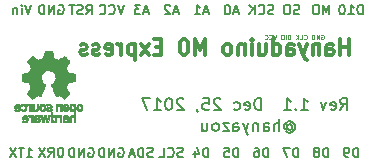
<source format=gbr>
G04 #@! TF.FileFunction,Legend,Bot*
%FSLAX46Y46*%
G04 Gerber Fmt 4.6, Leading zero omitted, Abs format (unit mm)*
G04 Created by KiCad (PCBNEW 4.0.7) date 2017 December 25, Monday 22:32:58*
%MOMM*%
%LPD*%
G01*
G04 APERTURE LIST*
%ADD10C,0.100000*%
%ADD11C,0.095250*%
%ADD12C,0.200000*%
%ADD13C,0.300000*%
%ADD14C,0.010000*%
G04 APERTURE END LIST*
D10*
D11*
X145161000Y-100647500D02*
X145197286Y-100629357D01*
X145251715Y-100629357D01*
X145306143Y-100647500D01*
X145342429Y-100683786D01*
X145360572Y-100720071D01*
X145378715Y-100792643D01*
X145378715Y-100847071D01*
X145360572Y-100919643D01*
X145342429Y-100955929D01*
X145306143Y-100992214D01*
X145251715Y-101010357D01*
X145215429Y-101010357D01*
X145161000Y-100992214D01*
X145142857Y-100974071D01*
X145142857Y-100847071D01*
X145215429Y-100847071D01*
X144979572Y-101010357D02*
X144979572Y-100629357D01*
X144761857Y-101010357D01*
X144761857Y-100629357D01*
X144580429Y-101010357D02*
X144580429Y-100629357D01*
X144489714Y-100629357D01*
X144435286Y-100647500D01*
X144399000Y-100683786D01*
X144380857Y-100720071D01*
X144362714Y-100792643D01*
X144362714Y-100847071D01*
X144380857Y-100919643D01*
X144399000Y-100955929D01*
X144435286Y-100992214D01*
X144489714Y-101010357D01*
X144580429Y-101010357D01*
X143691428Y-100974071D02*
X143709571Y-100992214D01*
X143764000Y-101010357D01*
X143800286Y-101010357D01*
X143854714Y-100992214D01*
X143891000Y-100955929D01*
X143909143Y-100919643D01*
X143927286Y-100847071D01*
X143927286Y-100792643D01*
X143909143Y-100720071D01*
X143891000Y-100683786D01*
X143854714Y-100647500D01*
X143800286Y-100629357D01*
X143764000Y-100629357D01*
X143709571Y-100647500D01*
X143691428Y-100665643D01*
X143346714Y-101010357D02*
X143528143Y-101010357D01*
X143528143Y-100629357D01*
X143219714Y-101010357D02*
X143219714Y-100629357D01*
X143001999Y-101010357D02*
X143165285Y-100792643D01*
X143001999Y-100629357D02*
X143219714Y-100847071D01*
X142548428Y-101010357D02*
X142548428Y-100629357D01*
X142457713Y-100629357D01*
X142403285Y-100647500D01*
X142366999Y-100683786D01*
X142348856Y-100720071D01*
X142330713Y-100792643D01*
X142330713Y-100847071D01*
X142348856Y-100919643D01*
X142366999Y-100955929D01*
X142403285Y-100992214D01*
X142457713Y-101010357D01*
X142548428Y-101010357D01*
X142167428Y-101010357D02*
X142167428Y-100629357D01*
X141913427Y-100629357D02*
X141840856Y-100629357D01*
X141804570Y-100647500D01*
X141768284Y-100683786D01*
X141750142Y-100756357D01*
X141750142Y-100883357D01*
X141768284Y-100955929D01*
X141804570Y-100992214D01*
X141840856Y-101010357D01*
X141913427Y-101010357D01*
X141949713Y-100992214D01*
X141985999Y-100955929D01*
X142004142Y-100883357D01*
X142004142Y-100756357D01*
X141985999Y-100683786D01*
X141949713Y-100647500D01*
X141913427Y-100629357D01*
X141350998Y-100629357D02*
X141223998Y-101010357D01*
X141096998Y-100629357D01*
X140752284Y-100974071D02*
X140770427Y-100992214D01*
X140824856Y-101010357D01*
X140861142Y-101010357D01*
X140915570Y-100992214D01*
X140951856Y-100955929D01*
X140969999Y-100919643D01*
X140988142Y-100847071D01*
X140988142Y-100792643D01*
X140969999Y-100720071D01*
X140951856Y-100683786D01*
X140915570Y-100647500D01*
X140861142Y-100629357D01*
X140824856Y-100629357D01*
X140770427Y-100647500D01*
X140752284Y-100665643D01*
X140371284Y-100974071D02*
X140389427Y-100992214D01*
X140443856Y-101010357D01*
X140480142Y-101010357D01*
X140534570Y-100992214D01*
X140570856Y-100955929D01*
X140588999Y-100919643D01*
X140607142Y-100847071D01*
X140607142Y-100792643D01*
X140588999Y-100720071D01*
X140570856Y-100683786D01*
X140534570Y-100647500D01*
X140480142Y-100629357D01*
X140443856Y-100629357D01*
X140389427Y-100647500D01*
X140371284Y-100665643D01*
D12*
X146764476Y-107005381D02*
X147097810Y-106529190D01*
X147335905Y-107005381D02*
X147335905Y-106005381D01*
X146954952Y-106005381D01*
X146859714Y-106053000D01*
X146812095Y-106100619D01*
X146764476Y-106195857D01*
X146764476Y-106338714D01*
X146812095Y-106433952D01*
X146859714Y-106481571D01*
X146954952Y-106529190D01*
X147335905Y-106529190D01*
X145954952Y-106957762D02*
X146050190Y-107005381D01*
X146240667Y-107005381D01*
X146335905Y-106957762D01*
X146383524Y-106862524D01*
X146383524Y-106481571D01*
X146335905Y-106386333D01*
X146240667Y-106338714D01*
X146050190Y-106338714D01*
X145954952Y-106386333D01*
X145907333Y-106481571D01*
X145907333Y-106576810D01*
X146383524Y-106672048D01*
X145574000Y-106338714D02*
X145335905Y-107005381D01*
X145097809Y-106338714D01*
X143431142Y-107005381D02*
X144002571Y-107005381D01*
X143716857Y-107005381D02*
X143716857Y-106005381D01*
X143812095Y-106148238D01*
X143907333Y-106243476D01*
X144002571Y-106291095D01*
X143002571Y-106910143D02*
X142954952Y-106957762D01*
X143002571Y-107005381D01*
X143050190Y-106957762D01*
X143002571Y-106910143D01*
X143002571Y-107005381D01*
X142002571Y-107005381D02*
X142574000Y-107005381D01*
X142288286Y-107005381D02*
X142288286Y-106005381D01*
X142383524Y-106148238D01*
X142478762Y-106243476D01*
X142574000Y-106291095D01*
X140050190Y-107005381D02*
X140050190Y-106005381D01*
X139812095Y-106005381D01*
X139669237Y-106053000D01*
X139573999Y-106148238D01*
X139526380Y-106243476D01*
X139478761Y-106433952D01*
X139478761Y-106576810D01*
X139526380Y-106767286D01*
X139573999Y-106862524D01*
X139669237Y-106957762D01*
X139812095Y-107005381D01*
X140050190Y-107005381D01*
X138669237Y-106957762D02*
X138764475Y-107005381D01*
X138954952Y-107005381D01*
X139050190Y-106957762D01*
X139097809Y-106862524D01*
X139097809Y-106481571D01*
X139050190Y-106386333D01*
X138954952Y-106338714D01*
X138764475Y-106338714D01*
X138669237Y-106386333D01*
X138621618Y-106481571D01*
X138621618Y-106576810D01*
X139097809Y-106672048D01*
X137764475Y-106957762D02*
X137859713Y-107005381D01*
X138050190Y-107005381D01*
X138145428Y-106957762D01*
X138193047Y-106910143D01*
X138240666Y-106814905D01*
X138240666Y-106529190D01*
X138193047Y-106433952D01*
X138145428Y-106386333D01*
X138050190Y-106338714D01*
X137859713Y-106338714D01*
X137764475Y-106386333D01*
X136621618Y-106100619D02*
X136573999Y-106053000D01*
X136478761Y-106005381D01*
X136240665Y-106005381D01*
X136145427Y-106053000D01*
X136097808Y-106100619D01*
X136050189Y-106195857D01*
X136050189Y-106291095D01*
X136097808Y-106433952D01*
X136669237Y-107005381D01*
X136050189Y-107005381D01*
X135145427Y-106005381D02*
X135621618Y-106005381D01*
X135669237Y-106481571D01*
X135621618Y-106433952D01*
X135526380Y-106386333D01*
X135288284Y-106386333D01*
X135193046Y-106433952D01*
X135145427Y-106481571D01*
X135097808Y-106576810D01*
X135097808Y-106814905D01*
X135145427Y-106910143D01*
X135193046Y-106957762D01*
X135288284Y-107005381D01*
X135526380Y-107005381D01*
X135621618Y-106957762D01*
X135669237Y-106910143D01*
X134621618Y-106957762D02*
X134621618Y-107005381D01*
X134669237Y-107100619D01*
X134716856Y-107148238D01*
X133478761Y-106100619D02*
X133431142Y-106053000D01*
X133335904Y-106005381D01*
X133097808Y-106005381D01*
X133002570Y-106053000D01*
X132954951Y-106100619D01*
X132907332Y-106195857D01*
X132907332Y-106291095D01*
X132954951Y-106433952D01*
X133526380Y-107005381D01*
X132907332Y-107005381D01*
X132288285Y-106005381D02*
X132193046Y-106005381D01*
X132097808Y-106053000D01*
X132050189Y-106100619D01*
X132002570Y-106195857D01*
X131954951Y-106386333D01*
X131954951Y-106624429D01*
X132002570Y-106814905D01*
X132050189Y-106910143D01*
X132097808Y-106957762D01*
X132193046Y-107005381D01*
X132288285Y-107005381D01*
X132383523Y-106957762D01*
X132431142Y-106910143D01*
X132478761Y-106814905D01*
X132526380Y-106624429D01*
X132526380Y-106386333D01*
X132478761Y-106195857D01*
X132431142Y-106100619D01*
X132383523Y-106053000D01*
X132288285Y-106005381D01*
X131002570Y-107005381D02*
X131573999Y-107005381D01*
X131288285Y-107005381D02*
X131288285Y-106005381D01*
X131383523Y-106148238D01*
X131478761Y-106243476D01*
X131573999Y-106291095D01*
X130669237Y-106005381D02*
X130002570Y-106005381D01*
X130431142Y-107005381D01*
D13*
X147518476Y-102315095D02*
X147518476Y-101015095D01*
X147518476Y-101634143D02*
X146775619Y-101634143D01*
X146775619Y-102315095D02*
X146775619Y-101015095D01*
X145599428Y-102315095D02*
X145599428Y-101634143D01*
X145661333Y-101510333D01*
X145785143Y-101448429D01*
X146032762Y-101448429D01*
X146156571Y-101510333D01*
X145599428Y-102253190D02*
X145723238Y-102315095D01*
X146032762Y-102315095D01*
X146156571Y-102253190D01*
X146218476Y-102129381D01*
X146218476Y-102005571D01*
X146156571Y-101881762D01*
X146032762Y-101819857D01*
X145723238Y-101819857D01*
X145599428Y-101757952D01*
X144980381Y-101448429D02*
X144980381Y-102315095D01*
X144980381Y-101572238D02*
X144918476Y-101510333D01*
X144794667Y-101448429D01*
X144608953Y-101448429D01*
X144485143Y-101510333D01*
X144423238Y-101634143D01*
X144423238Y-102315095D01*
X143928001Y-101448429D02*
X143618477Y-102315095D01*
X143308953Y-101448429D02*
X143618477Y-102315095D01*
X143742286Y-102624619D01*
X143804191Y-102686524D01*
X143928001Y-102748429D01*
X142256572Y-102315095D02*
X142256572Y-101634143D01*
X142318477Y-101510333D01*
X142442287Y-101448429D01*
X142689906Y-101448429D01*
X142813715Y-101510333D01*
X142256572Y-102253190D02*
X142380382Y-102315095D01*
X142689906Y-102315095D01*
X142813715Y-102253190D01*
X142875620Y-102129381D01*
X142875620Y-102005571D01*
X142813715Y-101881762D01*
X142689906Y-101819857D01*
X142380382Y-101819857D01*
X142256572Y-101757952D01*
X141080382Y-102315095D02*
X141080382Y-101015095D01*
X141080382Y-102253190D02*
X141204192Y-102315095D01*
X141451811Y-102315095D01*
X141575620Y-102253190D01*
X141637525Y-102191286D01*
X141699430Y-102067476D01*
X141699430Y-101696048D01*
X141637525Y-101572238D01*
X141575620Y-101510333D01*
X141451811Y-101448429D01*
X141204192Y-101448429D01*
X141080382Y-101510333D01*
X139904192Y-101448429D02*
X139904192Y-102315095D01*
X140461335Y-101448429D02*
X140461335Y-102129381D01*
X140399430Y-102253190D01*
X140275621Y-102315095D01*
X140089907Y-102315095D01*
X139966097Y-102253190D01*
X139904192Y-102191286D01*
X139285145Y-102315095D02*
X139285145Y-101448429D01*
X139285145Y-101015095D02*
X139347050Y-101077000D01*
X139285145Y-101138905D01*
X139223240Y-101077000D01*
X139285145Y-101015095D01*
X139285145Y-101138905D01*
X138666097Y-101448429D02*
X138666097Y-102315095D01*
X138666097Y-101572238D02*
X138604192Y-101510333D01*
X138480383Y-101448429D01*
X138294669Y-101448429D01*
X138170859Y-101510333D01*
X138108954Y-101634143D01*
X138108954Y-102315095D01*
X137304193Y-102315095D02*
X137428002Y-102253190D01*
X137489907Y-102191286D01*
X137551812Y-102067476D01*
X137551812Y-101696048D01*
X137489907Y-101572238D01*
X137428002Y-101510333D01*
X137304193Y-101448429D01*
X137118479Y-101448429D01*
X136994669Y-101510333D01*
X136932764Y-101572238D01*
X136870860Y-101696048D01*
X136870860Y-102067476D01*
X136932764Y-102191286D01*
X136994669Y-102253190D01*
X137118479Y-102315095D01*
X137304193Y-102315095D01*
X135323241Y-102315095D02*
X135323241Y-101015095D01*
X134889908Y-101943667D01*
X134456575Y-101015095D01*
X134456575Y-102315095D01*
X133589908Y-101015095D02*
X133466099Y-101015095D01*
X133342289Y-101077000D01*
X133280384Y-101138905D01*
X133218480Y-101262714D01*
X133156575Y-101510333D01*
X133156575Y-101819857D01*
X133218480Y-102067476D01*
X133280384Y-102191286D01*
X133342289Y-102253190D01*
X133466099Y-102315095D01*
X133589908Y-102315095D01*
X133713718Y-102253190D01*
X133775622Y-102191286D01*
X133837527Y-102067476D01*
X133899432Y-101819857D01*
X133899432Y-101510333D01*
X133837527Y-101262714D01*
X133775622Y-101138905D01*
X133713718Y-101077000D01*
X133589908Y-101015095D01*
X131608956Y-101634143D02*
X131175623Y-101634143D01*
X130989909Y-102315095D02*
X131608956Y-102315095D01*
X131608956Y-101015095D01*
X130989909Y-101015095D01*
X130556576Y-102315095D02*
X129875623Y-101448429D01*
X130556576Y-101448429D02*
X129875623Y-102315095D01*
X129380385Y-101448429D02*
X129380385Y-102748429D01*
X129380385Y-101510333D02*
X129256576Y-101448429D01*
X129008957Y-101448429D01*
X128885147Y-101510333D01*
X128823242Y-101572238D01*
X128761338Y-101696048D01*
X128761338Y-102067476D01*
X128823242Y-102191286D01*
X128885147Y-102253190D01*
X129008957Y-102315095D01*
X129256576Y-102315095D01*
X129380385Y-102253190D01*
X128204195Y-102315095D02*
X128204195Y-101448429D01*
X128204195Y-101696048D02*
X128142290Y-101572238D01*
X128080386Y-101510333D01*
X127956576Y-101448429D01*
X127832767Y-101448429D01*
X126904195Y-102253190D02*
X127028005Y-102315095D01*
X127275624Y-102315095D01*
X127399433Y-102253190D01*
X127461338Y-102129381D01*
X127461338Y-101634143D01*
X127399433Y-101510333D01*
X127275624Y-101448429D01*
X127028005Y-101448429D01*
X126904195Y-101510333D01*
X126842290Y-101634143D01*
X126842290Y-101757952D01*
X127461338Y-101881762D01*
X126347052Y-102253190D02*
X126223242Y-102315095D01*
X125975623Y-102315095D01*
X125851814Y-102253190D01*
X125789909Y-102129381D01*
X125789909Y-102067476D01*
X125851814Y-101943667D01*
X125975623Y-101881762D01*
X126161338Y-101881762D01*
X126285147Y-101819857D01*
X126347052Y-101696048D01*
X126347052Y-101634143D01*
X126285147Y-101510333D01*
X126161338Y-101448429D01*
X125975623Y-101448429D01*
X125851814Y-101510333D01*
X125294671Y-102253190D02*
X125170861Y-102315095D01*
X124923242Y-102315095D01*
X124799433Y-102253190D01*
X124737528Y-102129381D01*
X124737528Y-102067476D01*
X124799433Y-101943667D01*
X124923242Y-101881762D01*
X125108957Y-101881762D01*
X125232766Y-101819857D01*
X125294671Y-101696048D01*
X125294671Y-101634143D01*
X125232766Y-101510333D01*
X125108957Y-101448429D01*
X124923242Y-101448429D01*
X124799433Y-101510333D01*
D12*
X142271857Y-108307190D02*
X142319476Y-108259571D01*
X142414714Y-108211952D01*
X142509952Y-108211952D01*
X142605190Y-108259571D01*
X142652810Y-108307190D01*
X142700429Y-108402429D01*
X142700429Y-108497667D01*
X142652810Y-108592905D01*
X142605190Y-108640524D01*
X142509952Y-108688143D01*
X142414714Y-108688143D01*
X142319476Y-108640524D01*
X142271857Y-108592905D01*
X142271857Y-108211952D02*
X142271857Y-108592905D01*
X142224238Y-108640524D01*
X142176619Y-108640524D01*
X142081381Y-108592905D01*
X142033762Y-108497667D01*
X142033762Y-108259571D01*
X142129000Y-108116714D01*
X142271857Y-108021476D01*
X142462333Y-107973857D01*
X142652810Y-108021476D01*
X142795667Y-108116714D01*
X142890905Y-108259571D01*
X142938524Y-108450048D01*
X142890905Y-108640524D01*
X142795667Y-108783381D01*
X142652810Y-108878619D01*
X142462333Y-108926238D01*
X142271857Y-108878619D01*
X142129000Y-108783381D01*
X141605191Y-108783381D02*
X141605191Y-107783381D01*
X141176619Y-108783381D02*
X141176619Y-108259571D01*
X141224238Y-108164333D01*
X141319476Y-108116714D01*
X141462334Y-108116714D01*
X141557572Y-108164333D01*
X141605191Y-108211952D01*
X140271857Y-108783381D02*
X140271857Y-108259571D01*
X140319476Y-108164333D01*
X140414714Y-108116714D01*
X140605191Y-108116714D01*
X140700429Y-108164333D01*
X140271857Y-108735762D02*
X140367095Y-108783381D01*
X140605191Y-108783381D01*
X140700429Y-108735762D01*
X140748048Y-108640524D01*
X140748048Y-108545286D01*
X140700429Y-108450048D01*
X140605191Y-108402429D01*
X140367095Y-108402429D01*
X140271857Y-108354810D01*
X139795667Y-108116714D02*
X139795667Y-108783381D01*
X139795667Y-108211952D02*
X139748048Y-108164333D01*
X139652810Y-108116714D01*
X139509952Y-108116714D01*
X139414714Y-108164333D01*
X139367095Y-108259571D01*
X139367095Y-108783381D01*
X138986143Y-108116714D02*
X138748048Y-108783381D01*
X138509952Y-108116714D02*
X138748048Y-108783381D01*
X138843286Y-109021476D01*
X138890905Y-109069095D01*
X138986143Y-109116714D01*
X137700428Y-108783381D02*
X137700428Y-108259571D01*
X137748047Y-108164333D01*
X137843285Y-108116714D01*
X138033762Y-108116714D01*
X138129000Y-108164333D01*
X137700428Y-108735762D02*
X137795666Y-108783381D01*
X138033762Y-108783381D01*
X138129000Y-108735762D01*
X138176619Y-108640524D01*
X138176619Y-108545286D01*
X138129000Y-108450048D01*
X138033762Y-108402429D01*
X137795666Y-108402429D01*
X137700428Y-108354810D01*
X137319476Y-108116714D02*
X136795666Y-108116714D01*
X137319476Y-108783381D01*
X136795666Y-108783381D01*
X136271857Y-108783381D02*
X136367095Y-108735762D01*
X136414714Y-108688143D01*
X136462333Y-108592905D01*
X136462333Y-108307190D01*
X136414714Y-108211952D01*
X136367095Y-108164333D01*
X136271857Y-108116714D01*
X136128999Y-108116714D01*
X136033761Y-108164333D01*
X135986142Y-108211952D01*
X135938523Y-108307190D01*
X135938523Y-108592905D01*
X135986142Y-108688143D01*
X136033761Y-108735762D01*
X136128999Y-108783381D01*
X136271857Y-108783381D01*
X135081380Y-108116714D02*
X135081380Y-108783381D01*
X135509952Y-108116714D02*
X135509952Y-108640524D01*
X135462333Y-108735762D01*
X135367095Y-108783381D01*
X135224237Y-108783381D01*
X135128999Y-108735762D01*
X135081380Y-108688143D01*
D14*
G36*
X123955759Y-106498184D02*
X123929247Y-106511282D01*
X123896553Y-106534106D01*
X123872725Y-106558996D01*
X123856406Y-106590249D01*
X123846240Y-106632166D01*
X123840872Y-106689044D01*
X123838944Y-106765184D01*
X123838831Y-106797917D01*
X123839161Y-106869656D01*
X123840527Y-106920927D01*
X123843500Y-106956404D01*
X123848649Y-106980763D01*
X123856543Y-106998680D01*
X123864757Y-107010902D01*
X123917187Y-107062905D01*
X123978930Y-107094184D01*
X124045536Y-107103592D01*
X124112558Y-107089980D01*
X124133792Y-107080354D01*
X124184624Y-107053859D01*
X124184624Y-107469052D01*
X124147525Y-107449868D01*
X124098643Y-107435025D01*
X124038561Y-107431222D01*
X123978564Y-107438243D01*
X123933256Y-107454013D01*
X123895675Y-107484047D01*
X123863564Y-107527024D01*
X123861150Y-107531436D01*
X123850967Y-107552221D01*
X123843530Y-107573170D01*
X123838411Y-107598548D01*
X123835181Y-107632618D01*
X123833413Y-107679641D01*
X123832677Y-107743882D01*
X123832544Y-107816176D01*
X123832544Y-108046822D01*
X123970861Y-108046822D01*
X123970861Y-107621533D01*
X124009549Y-107588979D01*
X124049738Y-107562940D01*
X124087797Y-107558205D01*
X124126066Y-107570389D01*
X124146462Y-107582320D01*
X124161642Y-107599313D01*
X124172438Y-107624995D01*
X124179683Y-107662991D01*
X124184208Y-107716926D01*
X124186844Y-107790425D01*
X124187772Y-107839347D01*
X124190911Y-108040535D01*
X124256926Y-108044336D01*
X124322940Y-108048136D01*
X124322940Y-106799650D01*
X124184624Y-106799650D01*
X124181097Y-106869254D01*
X124169215Y-106917569D01*
X124147020Y-106947631D01*
X124112559Y-106962471D01*
X124077742Y-106965436D01*
X124038329Y-106962028D01*
X124012171Y-106948617D01*
X123995814Y-106930896D01*
X123982937Y-106911835D01*
X123975272Y-106890601D01*
X123971861Y-106860849D01*
X123971749Y-106816236D01*
X123972897Y-106778880D01*
X123975532Y-106722604D01*
X123979456Y-106685658D01*
X123986063Y-106662223D01*
X123996749Y-106646480D01*
X124006833Y-106637380D01*
X124048970Y-106617537D01*
X124098840Y-106614332D01*
X124127476Y-106621168D01*
X124155828Y-106645464D01*
X124174609Y-106692728D01*
X124183712Y-106762624D01*
X124184624Y-106799650D01*
X124322940Y-106799650D01*
X124322940Y-106487614D01*
X124253782Y-106487614D01*
X124212260Y-106489256D01*
X124190838Y-106495087D01*
X124184626Y-106506461D01*
X124184624Y-106506798D01*
X124181742Y-106517938D01*
X124169030Y-106516673D01*
X124143757Y-106504433D01*
X124084869Y-106485707D01*
X124018615Y-106483739D01*
X123955759Y-106498184D01*
X123955759Y-106498184D01*
G37*
X123955759Y-106498184D02*
X123929247Y-106511282D01*
X123896553Y-106534106D01*
X123872725Y-106558996D01*
X123856406Y-106590249D01*
X123846240Y-106632166D01*
X123840872Y-106689044D01*
X123838944Y-106765184D01*
X123838831Y-106797917D01*
X123839161Y-106869656D01*
X123840527Y-106920927D01*
X123843500Y-106956404D01*
X123848649Y-106980763D01*
X123856543Y-106998680D01*
X123864757Y-107010902D01*
X123917187Y-107062905D01*
X123978930Y-107094184D01*
X124045536Y-107103592D01*
X124112558Y-107089980D01*
X124133792Y-107080354D01*
X124184624Y-107053859D01*
X124184624Y-107469052D01*
X124147525Y-107449868D01*
X124098643Y-107435025D01*
X124038561Y-107431222D01*
X123978564Y-107438243D01*
X123933256Y-107454013D01*
X123895675Y-107484047D01*
X123863564Y-107527024D01*
X123861150Y-107531436D01*
X123850967Y-107552221D01*
X123843530Y-107573170D01*
X123838411Y-107598548D01*
X123835181Y-107632618D01*
X123833413Y-107679641D01*
X123832677Y-107743882D01*
X123832544Y-107816176D01*
X123832544Y-108046822D01*
X123970861Y-108046822D01*
X123970861Y-107621533D01*
X124009549Y-107588979D01*
X124049738Y-107562940D01*
X124087797Y-107558205D01*
X124126066Y-107570389D01*
X124146462Y-107582320D01*
X124161642Y-107599313D01*
X124172438Y-107624995D01*
X124179683Y-107662991D01*
X124184208Y-107716926D01*
X124186844Y-107790425D01*
X124187772Y-107839347D01*
X124190911Y-108040535D01*
X124256926Y-108044336D01*
X124322940Y-108048136D01*
X124322940Y-106799650D01*
X124184624Y-106799650D01*
X124181097Y-106869254D01*
X124169215Y-106917569D01*
X124147020Y-106947631D01*
X124112559Y-106962471D01*
X124077742Y-106965436D01*
X124038329Y-106962028D01*
X124012171Y-106948617D01*
X123995814Y-106930896D01*
X123982937Y-106911835D01*
X123975272Y-106890601D01*
X123971861Y-106860849D01*
X123971749Y-106816236D01*
X123972897Y-106778880D01*
X123975532Y-106722604D01*
X123979456Y-106685658D01*
X123986063Y-106662223D01*
X123996749Y-106646480D01*
X124006833Y-106637380D01*
X124048970Y-106617537D01*
X124098840Y-106614332D01*
X124127476Y-106621168D01*
X124155828Y-106645464D01*
X124174609Y-106692728D01*
X124183712Y-106762624D01*
X124184624Y-106799650D01*
X124322940Y-106799650D01*
X124322940Y-106487614D01*
X124253782Y-106487614D01*
X124212260Y-106489256D01*
X124190838Y-106495087D01*
X124184626Y-106506461D01*
X124184624Y-106506798D01*
X124181742Y-106517938D01*
X124169030Y-106516673D01*
X124143757Y-106504433D01*
X124084869Y-106485707D01*
X124018615Y-106483739D01*
X123955759Y-106498184D01*
G36*
X123431210Y-107435555D02*
X123372055Y-107451339D01*
X123327023Y-107479948D01*
X123295246Y-107517419D01*
X123285366Y-107533411D01*
X123278073Y-107550163D01*
X123272974Y-107571592D01*
X123269679Y-107601616D01*
X123267797Y-107644154D01*
X123266937Y-107703122D01*
X123266707Y-107782440D01*
X123266703Y-107803484D01*
X123266703Y-108046822D01*
X123327059Y-108046822D01*
X123365557Y-108044126D01*
X123394023Y-108037295D01*
X123401155Y-108033083D01*
X123420652Y-108025813D01*
X123440566Y-108033083D01*
X123473353Y-108042160D01*
X123520978Y-108045813D01*
X123573764Y-108044228D01*
X123622036Y-108037589D01*
X123650218Y-108029072D01*
X123704753Y-107994063D01*
X123738835Y-107945479D01*
X123754157Y-107880882D01*
X123754299Y-107879223D01*
X123752955Y-107850566D01*
X123631356Y-107850566D01*
X123620726Y-107883161D01*
X123603410Y-107901505D01*
X123568652Y-107915379D01*
X123522773Y-107920917D01*
X123475988Y-107918191D01*
X123438514Y-107907274D01*
X123428015Y-107900269D01*
X123409668Y-107867904D01*
X123405020Y-107831111D01*
X123405020Y-107782763D01*
X123474582Y-107782763D01*
X123540667Y-107787850D01*
X123590764Y-107802263D01*
X123621929Y-107824729D01*
X123631356Y-107850566D01*
X123752955Y-107850566D01*
X123750987Y-107808647D01*
X123727710Y-107752845D01*
X123683948Y-107710647D01*
X123677899Y-107706808D01*
X123651907Y-107694309D01*
X123619735Y-107686740D01*
X123574760Y-107683061D01*
X123521331Y-107682216D01*
X123405020Y-107682169D01*
X123405020Y-107633411D01*
X123409953Y-107595581D01*
X123422543Y-107570236D01*
X123424017Y-107568887D01*
X123452034Y-107557800D01*
X123494326Y-107553503D01*
X123541064Y-107555615D01*
X123582418Y-107563756D01*
X123606957Y-107575965D01*
X123620253Y-107585746D01*
X123634294Y-107587613D01*
X123653671Y-107579600D01*
X123682976Y-107559739D01*
X123726803Y-107526063D01*
X123730825Y-107522909D01*
X123728764Y-107511236D01*
X123711568Y-107491822D01*
X123685433Y-107470248D01*
X123656552Y-107452096D01*
X123647478Y-107447809D01*
X123614380Y-107439256D01*
X123565880Y-107433155D01*
X123511695Y-107430708D01*
X123509161Y-107430703D01*
X123431210Y-107435555D01*
X123431210Y-107435555D01*
G37*
X123431210Y-107435555D02*
X123372055Y-107451339D01*
X123327023Y-107479948D01*
X123295246Y-107517419D01*
X123285366Y-107533411D01*
X123278073Y-107550163D01*
X123272974Y-107571592D01*
X123269679Y-107601616D01*
X123267797Y-107644154D01*
X123266937Y-107703122D01*
X123266707Y-107782440D01*
X123266703Y-107803484D01*
X123266703Y-108046822D01*
X123327059Y-108046822D01*
X123365557Y-108044126D01*
X123394023Y-108037295D01*
X123401155Y-108033083D01*
X123420652Y-108025813D01*
X123440566Y-108033083D01*
X123473353Y-108042160D01*
X123520978Y-108045813D01*
X123573764Y-108044228D01*
X123622036Y-108037589D01*
X123650218Y-108029072D01*
X123704753Y-107994063D01*
X123738835Y-107945479D01*
X123754157Y-107880882D01*
X123754299Y-107879223D01*
X123752955Y-107850566D01*
X123631356Y-107850566D01*
X123620726Y-107883161D01*
X123603410Y-107901505D01*
X123568652Y-107915379D01*
X123522773Y-107920917D01*
X123475988Y-107918191D01*
X123438514Y-107907274D01*
X123428015Y-107900269D01*
X123409668Y-107867904D01*
X123405020Y-107831111D01*
X123405020Y-107782763D01*
X123474582Y-107782763D01*
X123540667Y-107787850D01*
X123590764Y-107802263D01*
X123621929Y-107824729D01*
X123631356Y-107850566D01*
X123752955Y-107850566D01*
X123750987Y-107808647D01*
X123727710Y-107752845D01*
X123683948Y-107710647D01*
X123677899Y-107706808D01*
X123651907Y-107694309D01*
X123619735Y-107686740D01*
X123574760Y-107683061D01*
X123521331Y-107682216D01*
X123405020Y-107682169D01*
X123405020Y-107633411D01*
X123409953Y-107595581D01*
X123422543Y-107570236D01*
X123424017Y-107568887D01*
X123452034Y-107557800D01*
X123494326Y-107553503D01*
X123541064Y-107555615D01*
X123582418Y-107563756D01*
X123606957Y-107575965D01*
X123620253Y-107585746D01*
X123634294Y-107587613D01*
X123653671Y-107579600D01*
X123682976Y-107559739D01*
X123726803Y-107526063D01*
X123730825Y-107522909D01*
X123728764Y-107511236D01*
X123711568Y-107491822D01*
X123685433Y-107470248D01*
X123656552Y-107452096D01*
X123647478Y-107447809D01*
X123614380Y-107439256D01*
X123565880Y-107433155D01*
X123511695Y-107430708D01*
X123509161Y-107430703D01*
X123431210Y-107435555D01*
G36*
X123040356Y-107432020D02*
X123021539Y-107437660D01*
X123015473Y-107450053D01*
X123015218Y-107455647D01*
X123014129Y-107471230D01*
X123006632Y-107473676D01*
X122986381Y-107462993D01*
X122974351Y-107455694D01*
X122936400Y-107440063D01*
X122891072Y-107432334D01*
X122843544Y-107431740D01*
X122798995Y-107437513D01*
X122762602Y-107448884D01*
X122739543Y-107465088D01*
X122734996Y-107485355D01*
X122737291Y-107490843D01*
X122754020Y-107513626D01*
X122779963Y-107541647D01*
X122784655Y-107546177D01*
X122809383Y-107567005D01*
X122830718Y-107573735D01*
X122860555Y-107569038D01*
X122872508Y-107565917D01*
X122909705Y-107558421D01*
X122935859Y-107561792D01*
X122957946Y-107573681D01*
X122978178Y-107589635D01*
X122993079Y-107609700D01*
X123003434Y-107637702D01*
X123010029Y-107677467D01*
X123013649Y-107732823D01*
X123015078Y-107807594D01*
X123015218Y-107852740D01*
X123015218Y-108046822D01*
X123140960Y-108046822D01*
X123140960Y-107430683D01*
X123078089Y-107430683D01*
X123040356Y-107432020D01*
X123040356Y-107432020D01*
G37*
X123040356Y-107432020D02*
X123021539Y-107437660D01*
X123015473Y-107450053D01*
X123015218Y-107455647D01*
X123014129Y-107471230D01*
X123006632Y-107473676D01*
X122986381Y-107462993D01*
X122974351Y-107455694D01*
X122936400Y-107440063D01*
X122891072Y-107432334D01*
X122843544Y-107431740D01*
X122798995Y-107437513D01*
X122762602Y-107448884D01*
X122739543Y-107465088D01*
X122734996Y-107485355D01*
X122737291Y-107490843D01*
X122754020Y-107513626D01*
X122779963Y-107541647D01*
X122784655Y-107546177D01*
X122809383Y-107567005D01*
X122830718Y-107573735D01*
X122860555Y-107569038D01*
X122872508Y-107565917D01*
X122909705Y-107558421D01*
X122935859Y-107561792D01*
X122957946Y-107573681D01*
X122978178Y-107589635D01*
X122993079Y-107609700D01*
X123003434Y-107637702D01*
X123010029Y-107677467D01*
X123013649Y-107732823D01*
X123015078Y-107807594D01*
X123015218Y-107852740D01*
X123015218Y-108046822D01*
X123140960Y-108046822D01*
X123140960Y-107430683D01*
X123078089Y-107430683D01*
X123040356Y-107432020D01*
G36*
X122248188Y-108046822D02*
X122317346Y-108046822D01*
X122357488Y-108045645D01*
X122378394Y-108040772D01*
X122385922Y-108030186D01*
X122386505Y-108023029D01*
X122387774Y-108008676D01*
X122395779Y-108005923D01*
X122416815Y-108014771D01*
X122433173Y-108023029D01*
X122495977Y-108042597D01*
X122564248Y-108043729D01*
X122619752Y-108029135D01*
X122671438Y-107993877D01*
X122710838Y-107941835D01*
X122732413Y-107880450D01*
X122732962Y-107877018D01*
X122736167Y-107839571D01*
X122737761Y-107785813D01*
X122737633Y-107745155D01*
X122600279Y-107745155D01*
X122597097Y-107799194D01*
X122589859Y-107843735D01*
X122580060Y-107868888D01*
X122542989Y-107903260D01*
X122498974Y-107915582D01*
X122453584Y-107905618D01*
X122414797Y-107875895D01*
X122400108Y-107855905D01*
X122391519Y-107832050D01*
X122387496Y-107797230D01*
X122386505Y-107744930D01*
X122388278Y-107693139D01*
X122392963Y-107647634D01*
X122399603Y-107617181D01*
X122400710Y-107614452D01*
X122427491Y-107582000D01*
X122466579Y-107564183D01*
X122510315Y-107561306D01*
X122551038Y-107573674D01*
X122581087Y-107601593D01*
X122584204Y-107607148D01*
X122593961Y-107641022D01*
X122599277Y-107689728D01*
X122600279Y-107745155D01*
X122737633Y-107745155D01*
X122737568Y-107724540D01*
X122736664Y-107691563D01*
X122730514Y-107609981D01*
X122717733Y-107548730D01*
X122696471Y-107503449D01*
X122664878Y-107469779D01*
X122634207Y-107450014D01*
X122591354Y-107436120D01*
X122538056Y-107431354D01*
X122483480Y-107435236D01*
X122436792Y-107447282D01*
X122412124Y-107461693D01*
X122386505Y-107484878D01*
X122386505Y-107191773D01*
X122248188Y-107191773D01*
X122248188Y-108046822D01*
X122248188Y-108046822D01*
G37*
X122248188Y-108046822D02*
X122317346Y-108046822D01*
X122357488Y-108045645D01*
X122378394Y-108040772D01*
X122385922Y-108030186D01*
X122386505Y-108023029D01*
X122387774Y-108008676D01*
X122395779Y-108005923D01*
X122416815Y-108014771D01*
X122433173Y-108023029D01*
X122495977Y-108042597D01*
X122564248Y-108043729D01*
X122619752Y-108029135D01*
X122671438Y-107993877D01*
X122710838Y-107941835D01*
X122732413Y-107880450D01*
X122732962Y-107877018D01*
X122736167Y-107839571D01*
X122737761Y-107785813D01*
X122737633Y-107745155D01*
X122600279Y-107745155D01*
X122597097Y-107799194D01*
X122589859Y-107843735D01*
X122580060Y-107868888D01*
X122542989Y-107903260D01*
X122498974Y-107915582D01*
X122453584Y-107905618D01*
X122414797Y-107875895D01*
X122400108Y-107855905D01*
X122391519Y-107832050D01*
X122387496Y-107797230D01*
X122386505Y-107744930D01*
X122388278Y-107693139D01*
X122392963Y-107647634D01*
X122399603Y-107617181D01*
X122400710Y-107614452D01*
X122427491Y-107582000D01*
X122466579Y-107564183D01*
X122510315Y-107561306D01*
X122551038Y-107573674D01*
X122581087Y-107601593D01*
X122584204Y-107607148D01*
X122593961Y-107641022D01*
X122599277Y-107689728D01*
X122600279Y-107745155D01*
X122737633Y-107745155D01*
X122737568Y-107724540D01*
X122736664Y-107691563D01*
X122730514Y-107609981D01*
X122717733Y-107548730D01*
X122696471Y-107503449D01*
X122664878Y-107469779D01*
X122634207Y-107450014D01*
X122591354Y-107436120D01*
X122538056Y-107431354D01*
X122483480Y-107435236D01*
X122436792Y-107447282D01*
X122412124Y-107461693D01*
X122386505Y-107484878D01*
X122386505Y-107191773D01*
X122248188Y-107191773D01*
X122248188Y-108046822D01*
G36*
X121765476Y-107433237D02*
X121715745Y-107436971D01*
X121585709Y-107826773D01*
X121565322Y-107757614D01*
X121553054Y-107714874D01*
X121536915Y-107657115D01*
X121519488Y-107593625D01*
X121510274Y-107559570D01*
X121475612Y-107430683D01*
X121332609Y-107430683D01*
X121375354Y-107565857D01*
X121396404Y-107632342D01*
X121421833Y-107712539D01*
X121448390Y-107796193D01*
X121472098Y-107870782D01*
X121526098Y-108040535D01*
X121584402Y-108044328D01*
X121642705Y-108048122D01*
X121674321Y-107943734D01*
X121693818Y-107878889D01*
X121715096Y-107807400D01*
X121733692Y-107744263D01*
X121734426Y-107741750D01*
X121748316Y-107698969D01*
X121760571Y-107669779D01*
X121769154Y-107658741D01*
X121770918Y-107660018D01*
X121777109Y-107677130D01*
X121788872Y-107713787D01*
X121804775Y-107765378D01*
X121823386Y-107827294D01*
X121833457Y-107861352D01*
X121887993Y-108046822D01*
X122003736Y-108046822D01*
X122096263Y-107754471D01*
X122122256Y-107672462D01*
X122145934Y-107597987D01*
X122166180Y-107534544D01*
X122181874Y-107485632D01*
X122191898Y-107454749D01*
X122194945Y-107445726D01*
X122192533Y-107436487D01*
X122173592Y-107432441D01*
X122134177Y-107432846D01*
X122128007Y-107433152D01*
X122054914Y-107436971D01*
X122007043Y-107613010D01*
X121989447Y-107677211D01*
X121973723Y-107733649D01*
X121961254Y-107777422D01*
X121953426Y-107803630D01*
X121951980Y-107807903D01*
X121945986Y-107802990D01*
X121933899Y-107777532D01*
X121917107Y-107734997D01*
X121896997Y-107678850D01*
X121879997Y-107628130D01*
X121815206Y-107429504D01*
X121765476Y-107433237D01*
X121765476Y-107433237D01*
G37*
X121765476Y-107433237D02*
X121715745Y-107436971D01*
X121585709Y-107826773D01*
X121565322Y-107757614D01*
X121553054Y-107714874D01*
X121536915Y-107657115D01*
X121519488Y-107593625D01*
X121510274Y-107559570D01*
X121475612Y-107430683D01*
X121332609Y-107430683D01*
X121375354Y-107565857D01*
X121396404Y-107632342D01*
X121421833Y-107712539D01*
X121448390Y-107796193D01*
X121472098Y-107870782D01*
X121526098Y-108040535D01*
X121584402Y-108044328D01*
X121642705Y-108048122D01*
X121674321Y-107943734D01*
X121693818Y-107878889D01*
X121715096Y-107807400D01*
X121733692Y-107744263D01*
X121734426Y-107741750D01*
X121748316Y-107698969D01*
X121760571Y-107669779D01*
X121769154Y-107658741D01*
X121770918Y-107660018D01*
X121777109Y-107677130D01*
X121788872Y-107713787D01*
X121804775Y-107765378D01*
X121823386Y-107827294D01*
X121833457Y-107861352D01*
X121887993Y-108046822D01*
X122003736Y-108046822D01*
X122096263Y-107754471D01*
X122122256Y-107672462D01*
X122145934Y-107597987D01*
X122166180Y-107534544D01*
X122181874Y-107485632D01*
X122191898Y-107454749D01*
X122194945Y-107445726D01*
X122192533Y-107436487D01*
X122173592Y-107432441D01*
X122134177Y-107432846D01*
X122128007Y-107433152D01*
X122054914Y-107436971D01*
X122007043Y-107613010D01*
X121989447Y-107677211D01*
X121973723Y-107733649D01*
X121961254Y-107777422D01*
X121953426Y-107803630D01*
X121951980Y-107807903D01*
X121945986Y-107802990D01*
X121933899Y-107777532D01*
X121917107Y-107734997D01*
X121896997Y-107678850D01*
X121879997Y-107628130D01*
X121815206Y-107429504D01*
X121765476Y-107433237D01*
G36*
X121008589Y-107434417D02*
X120955589Y-107447290D01*
X120940269Y-107454110D01*
X120910572Y-107471974D01*
X120887780Y-107492093D01*
X120870917Y-107517962D01*
X120859002Y-107553073D01*
X120851058Y-107600920D01*
X120846106Y-107664996D01*
X120843169Y-107748794D01*
X120842053Y-107804768D01*
X120837948Y-108046822D01*
X120908068Y-108046822D01*
X120950607Y-108045038D01*
X120972524Y-108038942D01*
X120978188Y-108028706D01*
X120981179Y-108017637D01*
X120994549Y-108019754D01*
X121012767Y-108028629D01*
X121058376Y-108042233D01*
X121116993Y-108045899D01*
X121178646Y-108039903D01*
X121233362Y-108024521D01*
X121238270Y-108022386D01*
X121288277Y-107987255D01*
X121321244Y-107938419D01*
X121336413Y-107881333D01*
X121335254Y-107860824D01*
X121211492Y-107860824D01*
X121200587Y-107888425D01*
X121168255Y-107908204D01*
X121116090Y-107918819D01*
X121088213Y-107920228D01*
X121041753Y-107916620D01*
X121010871Y-107902597D01*
X121003336Y-107895931D01*
X120982924Y-107859666D01*
X120978188Y-107826773D01*
X120978188Y-107782763D01*
X121039487Y-107782763D01*
X121110744Y-107786395D01*
X121160724Y-107797818D01*
X121192304Y-107817824D01*
X121199374Y-107826743D01*
X121211492Y-107860824D01*
X121335254Y-107860824D01*
X121333029Y-107821456D01*
X121310337Y-107764244D01*
X121279376Y-107725580D01*
X121260624Y-107708864D01*
X121242267Y-107697878D01*
X121218381Y-107691180D01*
X121183043Y-107687326D01*
X121130331Y-107684873D01*
X121109423Y-107684168D01*
X120978188Y-107679879D01*
X120978380Y-107640158D01*
X120983463Y-107598405D01*
X121001838Y-107573158D01*
X121038961Y-107557030D01*
X121039957Y-107556742D01*
X121092590Y-107550400D01*
X121144094Y-107558684D01*
X121182370Y-107578827D01*
X121197728Y-107588773D01*
X121214270Y-107587397D01*
X121239725Y-107572987D01*
X121254672Y-107562817D01*
X121283909Y-107541088D01*
X121302020Y-107524800D01*
X121304926Y-107520137D01*
X121292960Y-107496005D01*
X121257604Y-107467185D01*
X121242247Y-107457461D01*
X121198099Y-107440714D01*
X121138602Y-107431227D01*
X121072513Y-107429095D01*
X121008589Y-107434417D01*
X121008589Y-107434417D01*
G37*
X121008589Y-107434417D02*
X120955589Y-107447290D01*
X120940269Y-107454110D01*
X120910572Y-107471974D01*
X120887780Y-107492093D01*
X120870917Y-107517962D01*
X120859002Y-107553073D01*
X120851058Y-107600920D01*
X120846106Y-107664996D01*
X120843169Y-107748794D01*
X120842053Y-107804768D01*
X120837948Y-108046822D01*
X120908068Y-108046822D01*
X120950607Y-108045038D01*
X120972524Y-108038942D01*
X120978188Y-108028706D01*
X120981179Y-108017637D01*
X120994549Y-108019754D01*
X121012767Y-108028629D01*
X121058376Y-108042233D01*
X121116993Y-108045899D01*
X121178646Y-108039903D01*
X121233362Y-108024521D01*
X121238270Y-108022386D01*
X121288277Y-107987255D01*
X121321244Y-107938419D01*
X121336413Y-107881333D01*
X121335254Y-107860824D01*
X121211492Y-107860824D01*
X121200587Y-107888425D01*
X121168255Y-107908204D01*
X121116090Y-107918819D01*
X121088213Y-107920228D01*
X121041753Y-107916620D01*
X121010871Y-107902597D01*
X121003336Y-107895931D01*
X120982924Y-107859666D01*
X120978188Y-107826773D01*
X120978188Y-107782763D01*
X121039487Y-107782763D01*
X121110744Y-107786395D01*
X121160724Y-107797818D01*
X121192304Y-107817824D01*
X121199374Y-107826743D01*
X121211492Y-107860824D01*
X121335254Y-107860824D01*
X121333029Y-107821456D01*
X121310337Y-107764244D01*
X121279376Y-107725580D01*
X121260624Y-107708864D01*
X121242267Y-107697878D01*
X121218381Y-107691180D01*
X121183043Y-107687326D01*
X121130331Y-107684873D01*
X121109423Y-107684168D01*
X120978188Y-107679879D01*
X120978380Y-107640158D01*
X120983463Y-107598405D01*
X121001838Y-107573158D01*
X121038961Y-107557030D01*
X121039957Y-107556742D01*
X121092590Y-107550400D01*
X121144094Y-107558684D01*
X121182370Y-107578827D01*
X121197728Y-107588773D01*
X121214270Y-107587397D01*
X121239725Y-107572987D01*
X121254672Y-107562817D01*
X121283909Y-107541088D01*
X121302020Y-107524800D01*
X121304926Y-107520137D01*
X121292960Y-107496005D01*
X121257604Y-107467185D01*
X121242247Y-107457461D01*
X121198099Y-107440714D01*
X121138602Y-107431227D01*
X121072513Y-107429095D01*
X121008589Y-107434417D01*
G36*
X120411745Y-107430486D02*
X120363405Y-107440015D01*
X120335886Y-107454125D01*
X120306936Y-107477568D01*
X120348124Y-107529571D01*
X120373518Y-107561064D01*
X120390762Y-107576428D01*
X120407898Y-107578776D01*
X120432973Y-107571217D01*
X120444743Y-107566941D01*
X120492730Y-107560631D01*
X120536676Y-107574156D01*
X120568940Y-107604710D01*
X120574181Y-107614452D01*
X120579888Y-107640258D01*
X120584294Y-107687817D01*
X120587189Y-107753758D01*
X120588369Y-107834710D01*
X120588386Y-107846226D01*
X120588386Y-108046822D01*
X120726703Y-108046822D01*
X120726703Y-107430683D01*
X120657544Y-107430683D01*
X120617667Y-107431725D01*
X120596893Y-107436358D01*
X120589211Y-107446849D01*
X120588386Y-107456745D01*
X120588386Y-107482806D01*
X120555255Y-107456745D01*
X120517265Y-107438965D01*
X120466230Y-107430174D01*
X120411745Y-107430486D01*
X120411745Y-107430486D01*
G37*
X120411745Y-107430486D02*
X120363405Y-107440015D01*
X120335886Y-107454125D01*
X120306936Y-107477568D01*
X120348124Y-107529571D01*
X120373518Y-107561064D01*
X120390762Y-107576428D01*
X120407898Y-107578776D01*
X120432973Y-107571217D01*
X120444743Y-107566941D01*
X120492730Y-107560631D01*
X120536676Y-107574156D01*
X120568940Y-107604710D01*
X120574181Y-107614452D01*
X120579888Y-107640258D01*
X120584294Y-107687817D01*
X120587189Y-107753758D01*
X120588369Y-107834710D01*
X120588386Y-107846226D01*
X120588386Y-108046822D01*
X120726703Y-108046822D01*
X120726703Y-107430683D01*
X120657544Y-107430683D01*
X120617667Y-107431725D01*
X120596893Y-107436358D01*
X120589211Y-107446849D01*
X120588386Y-107456745D01*
X120588386Y-107482806D01*
X120555255Y-107456745D01*
X120517265Y-107438965D01*
X120466230Y-107430174D01*
X120411745Y-107430486D01*
G36*
X120014419Y-107433970D02*
X119954315Y-107449597D01*
X119903979Y-107481848D01*
X119879607Y-107505940D01*
X119839655Y-107562895D01*
X119816758Y-107628965D01*
X119808892Y-107710182D01*
X119808852Y-107716748D01*
X119808782Y-107782763D01*
X120188736Y-107782763D01*
X120180637Y-107817342D01*
X120166013Y-107848659D01*
X120140419Y-107881291D01*
X120135065Y-107886500D01*
X120089057Y-107914694D01*
X120036590Y-107919475D01*
X119976197Y-107900926D01*
X119965960Y-107895931D01*
X119934561Y-107880745D01*
X119913530Y-107872094D01*
X119909861Y-107871293D01*
X119897052Y-107879063D01*
X119872622Y-107898072D01*
X119860221Y-107908460D01*
X119834524Y-107932321D01*
X119826085Y-107948077D01*
X119831942Y-107962571D01*
X119835072Y-107966534D01*
X119856275Y-107983879D01*
X119891262Y-108004959D01*
X119915663Y-108017265D01*
X119984928Y-108038946D01*
X120061612Y-108045971D01*
X120134235Y-108037647D01*
X120154574Y-108031686D01*
X120217524Y-107997952D01*
X120264185Y-107946045D01*
X120294827Y-107875459D01*
X120309718Y-107785692D01*
X120311353Y-107738753D01*
X120306579Y-107670413D01*
X120186010Y-107670413D01*
X120174348Y-107675465D01*
X120143002Y-107679429D01*
X120097429Y-107681768D01*
X120066554Y-107682169D01*
X120011019Y-107681783D01*
X119975967Y-107679975D01*
X119956738Y-107675773D01*
X119948670Y-107668203D01*
X119947099Y-107657218D01*
X119957879Y-107623381D01*
X119985020Y-107589940D01*
X120020723Y-107564272D01*
X120056440Y-107553772D01*
X120104952Y-107563086D01*
X120146947Y-107590013D01*
X120176064Y-107628827D01*
X120186010Y-107670413D01*
X120306579Y-107670413D01*
X120304401Y-107639236D01*
X120282945Y-107559949D01*
X120246530Y-107500263D01*
X120194703Y-107459549D01*
X120127010Y-107437179D01*
X120090338Y-107432871D01*
X120014419Y-107433970D01*
X120014419Y-107433970D01*
G37*
X120014419Y-107433970D02*
X119954315Y-107449597D01*
X119903979Y-107481848D01*
X119879607Y-107505940D01*
X119839655Y-107562895D01*
X119816758Y-107628965D01*
X119808892Y-107710182D01*
X119808852Y-107716748D01*
X119808782Y-107782763D01*
X120188736Y-107782763D01*
X120180637Y-107817342D01*
X120166013Y-107848659D01*
X120140419Y-107881291D01*
X120135065Y-107886500D01*
X120089057Y-107914694D01*
X120036590Y-107919475D01*
X119976197Y-107900926D01*
X119965960Y-107895931D01*
X119934561Y-107880745D01*
X119913530Y-107872094D01*
X119909861Y-107871293D01*
X119897052Y-107879063D01*
X119872622Y-107898072D01*
X119860221Y-107908460D01*
X119834524Y-107932321D01*
X119826085Y-107948077D01*
X119831942Y-107962571D01*
X119835072Y-107966534D01*
X119856275Y-107983879D01*
X119891262Y-108004959D01*
X119915663Y-108017265D01*
X119984928Y-108038946D01*
X120061612Y-108045971D01*
X120134235Y-108037647D01*
X120154574Y-108031686D01*
X120217524Y-107997952D01*
X120264185Y-107946045D01*
X120294827Y-107875459D01*
X120309718Y-107785692D01*
X120311353Y-107738753D01*
X120306579Y-107670413D01*
X120186010Y-107670413D01*
X120174348Y-107675465D01*
X120143002Y-107679429D01*
X120097429Y-107681768D01*
X120066554Y-107682169D01*
X120011019Y-107681783D01*
X119975967Y-107679975D01*
X119956738Y-107675773D01*
X119948670Y-107668203D01*
X119947099Y-107657218D01*
X119957879Y-107623381D01*
X119985020Y-107589940D01*
X120020723Y-107564272D01*
X120056440Y-107553772D01*
X120104952Y-107563086D01*
X120146947Y-107590013D01*
X120176064Y-107628827D01*
X120186010Y-107670413D01*
X120306579Y-107670413D01*
X120304401Y-107639236D01*
X120282945Y-107559949D01*
X120246530Y-107500263D01*
X120194703Y-107459549D01*
X120127010Y-107437179D01*
X120090338Y-107432871D01*
X120014419Y-107433970D01*
G36*
X124585261Y-106494148D02*
X124519479Y-106523231D01*
X124469540Y-106571793D01*
X124435374Y-106639908D01*
X124416907Y-106727651D01*
X124415583Y-106741351D01*
X124414546Y-106837939D01*
X124427993Y-106922602D01*
X124455108Y-106991221D01*
X124469627Y-107013294D01*
X124520201Y-107060011D01*
X124584609Y-107090268D01*
X124656666Y-107102824D01*
X124730185Y-107096439D01*
X124786072Y-107076772D01*
X124834132Y-107043629D01*
X124873412Y-107000175D01*
X124874092Y-106999158D01*
X124890044Y-106972338D01*
X124900410Y-106945368D01*
X124906688Y-106911332D01*
X124910373Y-106863310D01*
X124911997Y-106823931D01*
X124912672Y-106788219D01*
X124786955Y-106788219D01*
X124785726Y-106823770D01*
X124781266Y-106871094D01*
X124773397Y-106901465D01*
X124759207Y-106923072D01*
X124745917Y-106935694D01*
X124698802Y-106962122D01*
X124649505Y-106965653D01*
X124603593Y-106946639D01*
X124580638Y-106925331D01*
X124564096Y-106903859D01*
X124554421Y-106883313D01*
X124550174Y-106856574D01*
X124549920Y-106816523D01*
X124551228Y-106779638D01*
X124554043Y-106726947D01*
X124558505Y-106692772D01*
X124566548Y-106670480D01*
X124580103Y-106653442D01*
X124590845Y-106643703D01*
X124635777Y-106618123D01*
X124684249Y-106616847D01*
X124724894Y-106631999D01*
X124759567Y-106663642D01*
X124780224Y-106715620D01*
X124786955Y-106788219D01*
X124912672Y-106788219D01*
X124913479Y-106745621D01*
X124910948Y-106687056D01*
X124903362Y-106643007D01*
X124889681Y-106608248D01*
X124868865Y-106577551D01*
X124861147Y-106568436D01*
X124812889Y-106523021D01*
X124761128Y-106496493D01*
X124697828Y-106485379D01*
X124666961Y-106484471D01*
X124585261Y-106494148D01*
X124585261Y-106494148D01*
G37*
X124585261Y-106494148D02*
X124519479Y-106523231D01*
X124469540Y-106571793D01*
X124435374Y-106639908D01*
X124416907Y-106727651D01*
X124415583Y-106741351D01*
X124414546Y-106837939D01*
X124427993Y-106922602D01*
X124455108Y-106991221D01*
X124469627Y-107013294D01*
X124520201Y-107060011D01*
X124584609Y-107090268D01*
X124656666Y-107102824D01*
X124730185Y-107096439D01*
X124786072Y-107076772D01*
X124834132Y-107043629D01*
X124873412Y-107000175D01*
X124874092Y-106999158D01*
X124890044Y-106972338D01*
X124900410Y-106945368D01*
X124906688Y-106911332D01*
X124910373Y-106863310D01*
X124911997Y-106823931D01*
X124912672Y-106788219D01*
X124786955Y-106788219D01*
X124785726Y-106823770D01*
X124781266Y-106871094D01*
X124773397Y-106901465D01*
X124759207Y-106923072D01*
X124745917Y-106935694D01*
X124698802Y-106962122D01*
X124649505Y-106965653D01*
X124603593Y-106946639D01*
X124580638Y-106925331D01*
X124564096Y-106903859D01*
X124554421Y-106883313D01*
X124550174Y-106856574D01*
X124549920Y-106816523D01*
X124551228Y-106779638D01*
X124554043Y-106726947D01*
X124558505Y-106692772D01*
X124566548Y-106670480D01*
X124580103Y-106653442D01*
X124590845Y-106643703D01*
X124635777Y-106618123D01*
X124684249Y-106616847D01*
X124724894Y-106631999D01*
X124759567Y-106663642D01*
X124780224Y-106715620D01*
X124786955Y-106788219D01*
X124912672Y-106788219D01*
X124913479Y-106745621D01*
X124910948Y-106687056D01*
X124903362Y-106643007D01*
X124889681Y-106608248D01*
X124868865Y-106577551D01*
X124861147Y-106568436D01*
X124812889Y-106523021D01*
X124761128Y-106496493D01*
X124697828Y-106485379D01*
X124666961Y-106484471D01*
X124585261Y-106494148D01*
G36*
X123403699Y-106501614D02*
X123391168Y-106507514D01*
X123347799Y-106539283D01*
X123306790Y-106585646D01*
X123276168Y-106636696D01*
X123267459Y-106660166D01*
X123259512Y-106702091D01*
X123254774Y-106752757D01*
X123254199Y-106773679D01*
X123254129Y-106839693D01*
X123634083Y-106839693D01*
X123625983Y-106874273D01*
X123606104Y-106915170D01*
X123571347Y-106950514D01*
X123529998Y-106973282D01*
X123503649Y-106978010D01*
X123467916Y-106972273D01*
X123425282Y-106957882D01*
X123410799Y-106951262D01*
X123357240Y-106924513D01*
X123311533Y-106959376D01*
X123285158Y-106982955D01*
X123271124Y-107002417D01*
X123270414Y-107008129D01*
X123282951Y-107021973D01*
X123310428Y-107043012D01*
X123335366Y-107059425D01*
X123402664Y-107088930D01*
X123478110Y-107102284D01*
X123552888Y-107098812D01*
X123612495Y-107080663D01*
X123673941Y-107041784D01*
X123717608Y-106990595D01*
X123744926Y-106924367D01*
X123757322Y-106840371D01*
X123758421Y-106801936D01*
X123754022Y-106713861D01*
X123753482Y-106711299D01*
X123627582Y-106711299D01*
X123624115Y-106719558D01*
X123609863Y-106724113D01*
X123580470Y-106726065D01*
X123531575Y-106726517D01*
X123512748Y-106726525D01*
X123455467Y-106725843D01*
X123419141Y-106723364D01*
X123399604Y-106718443D01*
X123392690Y-106710434D01*
X123392445Y-106707862D01*
X123400336Y-106687423D01*
X123420085Y-106658789D01*
X123428575Y-106648763D01*
X123460094Y-106620408D01*
X123492949Y-106609259D01*
X123510651Y-106608327D01*
X123558539Y-106619981D01*
X123598699Y-106651285D01*
X123624173Y-106696752D01*
X123624625Y-106698233D01*
X123627582Y-106711299D01*
X123753482Y-106711299D01*
X123739392Y-106644510D01*
X123713038Y-106589025D01*
X123680807Y-106549639D01*
X123621217Y-106506931D01*
X123551168Y-106484109D01*
X123476661Y-106482046D01*
X123403699Y-106501614D01*
X123403699Y-106501614D01*
G37*
X123403699Y-106501614D02*
X123391168Y-106507514D01*
X123347799Y-106539283D01*
X123306790Y-106585646D01*
X123276168Y-106636696D01*
X123267459Y-106660166D01*
X123259512Y-106702091D01*
X123254774Y-106752757D01*
X123254199Y-106773679D01*
X123254129Y-106839693D01*
X123634083Y-106839693D01*
X123625983Y-106874273D01*
X123606104Y-106915170D01*
X123571347Y-106950514D01*
X123529998Y-106973282D01*
X123503649Y-106978010D01*
X123467916Y-106972273D01*
X123425282Y-106957882D01*
X123410799Y-106951262D01*
X123357240Y-106924513D01*
X123311533Y-106959376D01*
X123285158Y-106982955D01*
X123271124Y-107002417D01*
X123270414Y-107008129D01*
X123282951Y-107021973D01*
X123310428Y-107043012D01*
X123335366Y-107059425D01*
X123402664Y-107088930D01*
X123478110Y-107102284D01*
X123552888Y-107098812D01*
X123612495Y-107080663D01*
X123673941Y-107041784D01*
X123717608Y-106990595D01*
X123744926Y-106924367D01*
X123757322Y-106840371D01*
X123758421Y-106801936D01*
X123754022Y-106713861D01*
X123753482Y-106711299D01*
X123627582Y-106711299D01*
X123624115Y-106719558D01*
X123609863Y-106724113D01*
X123580470Y-106726065D01*
X123531575Y-106726517D01*
X123512748Y-106726525D01*
X123455467Y-106725843D01*
X123419141Y-106723364D01*
X123399604Y-106718443D01*
X123392690Y-106710434D01*
X123392445Y-106707862D01*
X123400336Y-106687423D01*
X123420085Y-106658789D01*
X123428575Y-106648763D01*
X123460094Y-106620408D01*
X123492949Y-106609259D01*
X123510651Y-106608327D01*
X123558539Y-106619981D01*
X123598699Y-106651285D01*
X123624173Y-106696752D01*
X123624625Y-106698233D01*
X123627582Y-106711299D01*
X123753482Y-106711299D01*
X123739392Y-106644510D01*
X123713038Y-106589025D01*
X123680807Y-106549639D01*
X123621217Y-106506931D01*
X123551168Y-106484109D01*
X123476661Y-106482046D01*
X123403699Y-106501614D01*
G36*
X122032983Y-106485452D02*
X121985366Y-106494482D01*
X121935966Y-106513370D01*
X121930688Y-106515777D01*
X121893226Y-106535476D01*
X121867283Y-106553781D01*
X121858897Y-106565508D01*
X121866883Y-106584632D01*
X121886280Y-106612850D01*
X121894890Y-106623384D01*
X121930372Y-106664847D01*
X121976115Y-106637858D01*
X122019650Y-106619878D01*
X122069950Y-106610267D01*
X122118188Y-106609660D01*
X122155533Y-106618691D01*
X122164495Y-106624327D01*
X122181563Y-106650171D01*
X122183637Y-106679941D01*
X122170866Y-106703197D01*
X122163312Y-106707708D01*
X122140675Y-106713309D01*
X122100885Y-106719892D01*
X122051834Y-106726183D01*
X122042785Y-106727170D01*
X121964004Y-106740798D01*
X121906864Y-106763946D01*
X121868970Y-106798752D01*
X121847921Y-106847354D01*
X121841365Y-106906718D01*
X121850423Y-106974198D01*
X121879836Y-107027188D01*
X121929722Y-107065783D01*
X122000200Y-107090081D01*
X122078435Y-107099667D01*
X122142234Y-107099552D01*
X122193984Y-107090845D01*
X122229327Y-107078825D01*
X122273983Y-107057880D01*
X122315253Y-107033574D01*
X122329921Y-107022876D01*
X122367643Y-106992084D01*
X122322148Y-106946049D01*
X122276653Y-106900013D01*
X122224928Y-106934243D01*
X122173048Y-106959952D01*
X122117649Y-106973399D01*
X122064395Y-106974818D01*
X122018951Y-106964443D01*
X121986984Y-106942507D01*
X121976662Y-106923998D01*
X121978211Y-106894314D01*
X122003860Y-106871615D01*
X122053540Y-106855940D01*
X122107969Y-106848695D01*
X122191736Y-106834873D01*
X122253967Y-106808796D01*
X122295493Y-106769699D01*
X122317147Y-106716820D01*
X122320147Y-106654126D01*
X122305329Y-106588642D01*
X122271546Y-106539144D01*
X122218495Y-106505408D01*
X122145874Y-106487207D01*
X122092072Y-106483639D01*
X122032983Y-106485452D01*
X122032983Y-106485452D01*
G37*
X122032983Y-106485452D02*
X121985366Y-106494482D01*
X121935966Y-106513370D01*
X121930688Y-106515777D01*
X121893226Y-106535476D01*
X121867283Y-106553781D01*
X121858897Y-106565508D01*
X121866883Y-106584632D01*
X121886280Y-106612850D01*
X121894890Y-106623384D01*
X121930372Y-106664847D01*
X121976115Y-106637858D01*
X122019650Y-106619878D01*
X122069950Y-106610267D01*
X122118188Y-106609660D01*
X122155533Y-106618691D01*
X122164495Y-106624327D01*
X122181563Y-106650171D01*
X122183637Y-106679941D01*
X122170866Y-106703197D01*
X122163312Y-106707708D01*
X122140675Y-106713309D01*
X122100885Y-106719892D01*
X122051834Y-106726183D01*
X122042785Y-106727170D01*
X121964004Y-106740798D01*
X121906864Y-106763946D01*
X121868970Y-106798752D01*
X121847921Y-106847354D01*
X121841365Y-106906718D01*
X121850423Y-106974198D01*
X121879836Y-107027188D01*
X121929722Y-107065783D01*
X122000200Y-107090081D01*
X122078435Y-107099667D01*
X122142234Y-107099552D01*
X122193984Y-107090845D01*
X122229327Y-107078825D01*
X122273983Y-107057880D01*
X122315253Y-107033574D01*
X122329921Y-107022876D01*
X122367643Y-106992084D01*
X122322148Y-106946049D01*
X122276653Y-106900013D01*
X122224928Y-106934243D01*
X122173048Y-106959952D01*
X122117649Y-106973399D01*
X122064395Y-106974818D01*
X122018951Y-106964443D01*
X121986984Y-106942507D01*
X121976662Y-106923998D01*
X121978211Y-106894314D01*
X122003860Y-106871615D01*
X122053540Y-106855940D01*
X122107969Y-106848695D01*
X122191736Y-106834873D01*
X122253967Y-106808796D01*
X122295493Y-106769699D01*
X122317147Y-106716820D01*
X122320147Y-106654126D01*
X122305329Y-106588642D01*
X122271546Y-106539144D01*
X122218495Y-106505408D01*
X122145874Y-106487207D01*
X122092072Y-106483639D01*
X122032983Y-106485452D01*
G36*
X121436238Y-106495055D02*
X121372637Y-106529692D01*
X121322877Y-106584372D01*
X121299432Y-106628842D01*
X121289366Y-106668121D01*
X121282844Y-106724116D01*
X121280049Y-106788621D01*
X121281164Y-106853429D01*
X121286374Y-106910334D01*
X121292459Y-106940727D01*
X121312986Y-106982306D01*
X121348537Y-107026468D01*
X121391381Y-107065087D01*
X121433789Y-107090034D01*
X121434823Y-107090430D01*
X121487447Y-107101331D01*
X121549812Y-107101601D01*
X121609076Y-107091676D01*
X121631960Y-107083722D01*
X121690898Y-107050300D01*
X121733110Y-107006511D01*
X121760844Y-106948538D01*
X121776349Y-106872565D01*
X121779857Y-106832771D01*
X121779410Y-106782766D01*
X121644624Y-106782766D01*
X121640083Y-106855732D01*
X121627014Y-106911334D01*
X121606244Y-106946861D01*
X121591448Y-106957020D01*
X121553536Y-106964104D01*
X121508473Y-106962007D01*
X121469513Y-106951812D01*
X121459296Y-106946204D01*
X121432341Y-106913538D01*
X121414549Y-106863545D01*
X121406976Y-106802705D01*
X121410675Y-106737497D01*
X121418943Y-106698253D01*
X121442680Y-106652805D01*
X121480151Y-106624396D01*
X121525280Y-106614573D01*
X121571989Y-106624887D01*
X121607868Y-106650112D01*
X121626723Y-106670925D01*
X121637728Y-106691439D01*
X121642974Y-106719203D01*
X121644551Y-106761762D01*
X121644624Y-106782766D01*
X121779410Y-106782766D01*
X121778906Y-106726580D01*
X121761612Y-106639501D01*
X121727971Y-106571530D01*
X121677982Y-106522664D01*
X121611644Y-106492899D01*
X121597399Y-106489448D01*
X121511790Y-106481345D01*
X121436238Y-106495055D01*
X121436238Y-106495055D01*
G37*
X121436238Y-106495055D02*
X121372637Y-106529692D01*
X121322877Y-106584372D01*
X121299432Y-106628842D01*
X121289366Y-106668121D01*
X121282844Y-106724116D01*
X121280049Y-106788621D01*
X121281164Y-106853429D01*
X121286374Y-106910334D01*
X121292459Y-106940727D01*
X121312986Y-106982306D01*
X121348537Y-107026468D01*
X121391381Y-107065087D01*
X121433789Y-107090034D01*
X121434823Y-107090430D01*
X121487447Y-107101331D01*
X121549812Y-107101601D01*
X121609076Y-107091676D01*
X121631960Y-107083722D01*
X121690898Y-107050300D01*
X121733110Y-107006511D01*
X121760844Y-106948538D01*
X121776349Y-106872565D01*
X121779857Y-106832771D01*
X121779410Y-106782766D01*
X121644624Y-106782766D01*
X121640083Y-106855732D01*
X121627014Y-106911334D01*
X121606244Y-106946861D01*
X121591448Y-106957020D01*
X121553536Y-106964104D01*
X121508473Y-106962007D01*
X121469513Y-106951812D01*
X121459296Y-106946204D01*
X121432341Y-106913538D01*
X121414549Y-106863545D01*
X121406976Y-106802705D01*
X121410675Y-106737497D01*
X121418943Y-106698253D01*
X121442680Y-106652805D01*
X121480151Y-106624396D01*
X121525280Y-106614573D01*
X121571989Y-106624887D01*
X121607868Y-106650112D01*
X121626723Y-106670925D01*
X121637728Y-106691439D01*
X121642974Y-106719203D01*
X121644551Y-106761762D01*
X121644624Y-106782766D01*
X121779410Y-106782766D01*
X121778906Y-106726580D01*
X121761612Y-106639501D01*
X121727971Y-106571530D01*
X121677982Y-106522664D01*
X121611644Y-106492899D01*
X121597399Y-106489448D01*
X121511790Y-106481345D01*
X121436238Y-106495055D01*
G36*
X121053633Y-106683342D02*
X121052445Y-106775563D01*
X121048103Y-106845610D01*
X121039442Y-106896381D01*
X121025296Y-106930772D01*
X121004500Y-106951679D01*
X120975890Y-106962000D01*
X120940465Y-106964636D01*
X120903364Y-106961682D01*
X120875182Y-106950889D01*
X120854757Y-106929360D01*
X120840921Y-106894199D01*
X120832509Y-106842510D01*
X120828357Y-106771394D01*
X120827297Y-106683342D01*
X120827297Y-106487614D01*
X120688980Y-106487614D01*
X120688980Y-107091179D01*
X120758138Y-107091179D01*
X120799830Y-107089489D01*
X120821299Y-107083556D01*
X120827297Y-107072293D01*
X120830909Y-107062261D01*
X120845286Y-107064383D01*
X120874264Y-107078580D01*
X120940681Y-107100480D01*
X121011125Y-107098928D01*
X121078623Y-107075147D01*
X121110767Y-107056362D01*
X121135285Y-107036022D01*
X121153196Y-107010573D01*
X121165521Y-106976458D01*
X121173277Y-106930121D01*
X121177484Y-106868007D01*
X121179160Y-106786561D01*
X121179376Y-106723578D01*
X121179376Y-106487614D01*
X121053633Y-106487614D01*
X121053633Y-106683342D01*
X121053633Y-106683342D01*
G37*
X121053633Y-106683342D02*
X121052445Y-106775563D01*
X121048103Y-106845610D01*
X121039442Y-106896381D01*
X121025296Y-106930772D01*
X121004500Y-106951679D01*
X120975890Y-106962000D01*
X120940465Y-106964636D01*
X120903364Y-106961682D01*
X120875182Y-106950889D01*
X120854757Y-106929360D01*
X120840921Y-106894199D01*
X120832509Y-106842510D01*
X120828357Y-106771394D01*
X120827297Y-106683342D01*
X120827297Y-106487614D01*
X120688980Y-106487614D01*
X120688980Y-107091179D01*
X120758138Y-107091179D01*
X120799830Y-107089489D01*
X120821299Y-107083556D01*
X120827297Y-107072293D01*
X120830909Y-107062261D01*
X120845286Y-107064383D01*
X120874264Y-107078580D01*
X120940681Y-107100480D01*
X121011125Y-107098928D01*
X121078623Y-107075147D01*
X121110767Y-107056362D01*
X121135285Y-107036022D01*
X121153196Y-107010573D01*
X121165521Y-106976458D01*
X121173277Y-106930121D01*
X121177484Y-106868007D01*
X121179160Y-106786561D01*
X121179376Y-106723578D01*
X121179376Y-106487614D01*
X121053633Y-106487614D01*
X121053633Y-106683342D01*
G36*
X119829774Y-106492880D02*
X119756920Y-106523830D01*
X119733973Y-106538895D01*
X119704646Y-106562048D01*
X119686236Y-106580253D01*
X119683039Y-106586183D01*
X119692065Y-106599340D01*
X119715163Y-106621667D01*
X119733656Y-106637250D01*
X119784272Y-106677926D01*
X119824240Y-106644295D01*
X119855126Y-106622584D01*
X119885241Y-106615090D01*
X119919708Y-106616920D01*
X119974439Y-106630528D01*
X120012114Y-106658772D01*
X120035009Y-106704433D01*
X120045403Y-106770289D01*
X120045405Y-106770331D01*
X120044506Y-106843939D01*
X120030537Y-106897946D01*
X120002672Y-106934716D01*
X119983675Y-106947168D01*
X119933224Y-106962673D01*
X119879337Y-106962683D01*
X119832454Y-106947638D01*
X119821356Y-106940287D01*
X119793524Y-106921511D01*
X119771764Y-106918434D01*
X119748296Y-106932409D01*
X119722351Y-106957510D01*
X119681284Y-106999880D01*
X119726879Y-107037464D01*
X119797326Y-107079882D01*
X119876767Y-107100785D01*
X119959785Y-107099272D01*
X120014306Y-107085411D01*
X120078030Y-107051135D01*
X120128995Y-106997212D01*
X120152149Y-106959149D01*
X120170901Y-106904536D01*
X120180285Y-106835369D01*
X120180357Y-106760407D01*
X120171176Y-106688409D01*
X120152801Y-106628137D01*
X120149907Y-106621958D01*
X120107048Y-106561351D01*
X120049021Y-106517224D01*
X119980409Y-106490493D01*
X119905799Y-106482073D01*
X119829774Y-106492880D01*
X119829774Y-106492880D01*
G37*
X119829774Y-106492880D02*
X119756920Y-106523830D01*
X119733973Y-106538895D01*
X119704646Y-106562048D01*
X119686236Y-106580253D01*
X119683039Y-106586183D01*
X119692065Y-106599340D01*
X119715163Y-106621667D01*
X119733656Y-106637250D01*
X119784272Y-106677926D01*
X119824240Y-106644295D01*
X119855126Y-106622584D01*
X119885241Y-106615090D01*
X119919708Y-106616920D01*
X119974439Y-106630528D01*
X120012114Y-106658772D01*
X120035009Y-106704433D01*
X120045403Y-106770289D01*
X120045405Y-106770331D01*
X120044506Y-106843939D01*
X120030537Y-106897946D01*
X120002672Y-106934716D01*
X119983675Y-106947168D01*
X119933224Y-106962673D01*
X119879337Y-106962683D01*
X119832454Y-106947638D01*
X119821356Y-106940287D01*
X119793524Y-106921511D01*
X119771764Y-106918434D01*
X119748296Y-106932409D01*
X119722351Y-106957510D01*
X119681284Y-106999880D01*
X119726879Y-107037464D01*
X119797326Y-107079882D01*
X119876767Y-107100785D01*
X119959785Y-107099272D01*
X120014306Y-107085411D01*
X120078030Y-107051135D01*
X120128995Y-106997212D01*
X120152149Y-106959149D01*
X120170901Y-106904536D01*
X120180285Y-106835369D01*
X120180357Y-106760407D01*
X120171176Y-106688409D01*
X120152801Y-106628137D01*
X120149907Y-106621958D01*
X120107048Y-106561351D01*
X120049021Y-106517224D01*
X119980409Y-106490493D01*
X119905799Y-106482073D01*
X119829774Y-106492880D01*
G36*
X119369102Y-106485457D02*
X119336904Y-106493279D01*
X119275175Y-106521921D01*
X119222390Y-106565667D01*
X119185859Y-106618117D01*
X119180840Y-106629893D01*
X119173955Y-106660740D01*
X119169136Y-106706371D01*
X119167495Y-106752492D01*
X119167495Y-106839693D01*
X119349822Y-106839693D01*
X119425021Y-106839978D01*
X119477997Y-106841704D01*
X119511675Y-106846181D01*
X119528980Y-106854720D01*
X119532837Y-106868630D01*
X119526171Y-106889222D01*
X119514230Y-106913315D01*
X119480920Y-106953525D01*
X119434632Y-106973558D01*
X119378056Y-106972905D01*
X119313969Y-106951101D01*
X119258583Y-106924193D01*
X119212625Y-106960532D01*
X119166667Y-106996872D01*
X119209904Y-107036819D01*
X119267626Y-107074563D01*
X119338614Y-107097320D01*
X119414971Y-107103688D01*
X119488801Y-107092268D01*
X119500713Y-107088393D01*
X119565601Y-107054506D01*
X119613870Y-107003986D01*
X119646535Y-106935325D01*
X119664615Y-106847014D01*
X119664825Y-106845121D01*
X119666444Y-106748878D01*
X119659900Y-106714542D01*
X119532148Y-106714542D01*
X119520416Y-106719822D01*
X119488562Y-106723867D01*
X119441603Y-106726176D01*
X119411846Y-106726525D01*
X119356352Y-106726306D01*
X119321654Y-106724916D01*
X119303399Y-106721251D01*
X119297234Y-106714210D01*
X119298805Y-106702690D01*
X119300122Y-106698233D01*
X119322618Y-106656355D01*
X119357997Y-106622604D01*
X119389220Y-106607773D01*
X119430699Y-106608668D01*
X119472731Y-106627164D01*
X119507988Y-106657786D01*
X119529146Y-106695062D01*
X119532148Y-106714542D01*
X119659900Y-106714542D01*
X119650310Y-106664229D01*
X119618302Y-106593191D01*
X119572299Y-106537779D01*
X119514179Y-106500009D01*
X119445820Y-106481896D01*
X119369102Y-106485457D01*
X119369102Y-106485457D01*
G37*
X119369102Y-106485457D02*
X119336904Y-106493279D01*
X119275175Y-106521921D01*
X119222390Y-106565667D01*
X119185859Y-106618117D01*
X119180840Y-106629893D01*
X119173955Y-106660740D01*
X119169136Y-106706371D01*
X119167495Y-106752492D01*
X119167495Y-106839693D01*
X119349822Y-106839693D01*
X119425021Y-106839978D01*
X119477997Y-106841704D01*
X119511675Y-106846181D01*
X119528980Y-106854720D01*
X119532837Y-106868630D01*
X119526171Y-106889222D01*
X119514230Y-106913315D01*
X119480920Y-106953525D01*
X119434632Y-106973558D01*
X119378056Y-106972905D01*
X119313969Y-106951101D01*
X119258583Y-106924193D01*
X119212625Y-106960532D01*
X119166667Y-106996872D01*
X119209904Y-107036819D01*
X119267626Y-107074563D01*
X119338614Y-107097320D01*
X119414971Y-107103688D01*
X119488801Y-107092268D01*
X119500713Y-107088393D01*
X119565601Y-107054506D01*
X119613870Y-107003986D01*
X119646535Y-106935325D01*
X119664615Y-106847014D01*
X119664825Y-106845121D01*
X119666444Y-106748878D01*
X119659900Y-106714542D01*
X119532148Y-106714542D01*
X119520416Y-106719822D01*
X119488562Y-106723867D01*
X119441603Y-106726176D01*
X119411846Y-106726525D01*
X119356352Y-106726306D01*
X119321654Y-106724916D01*
X119303399Y-106721251D01*
X119297234Y-106714210D01*
X119298805Y-106702690D01*
X119300122Y-106698233D01*
X119322618Y-106656355D01*
X119357997Y-106622604D01*
X119389220Y-106607773D01*
X119430699Y-106608668D01*
X119472731Y-106627164D01*
X119507988Y-106657786D01*
X119529146Y-106695062D01*
X119532148Y-106714542D01*
X119659900Y-106714542D01*
X119650310Y-106664229D01*
X119618302Y-106593191D01*
X119572299Y-106537779D01*
X119514179Y-106500009D01*
X119445820Y-106481896D01*
X119369102Y-106485457D01*
G36*
X122801012Y-106498002D02*
X122769717Y-106512950D01*
X122739409Y-106534541D01*
X122716318Y-106559391D01*
X122699500Y-106591087D01*
X122688006Y-106633214D01*
X122680891Y-106689358D01*
X122677207Y-106763106D01*
X122676008Y-106858044D01*
X122675989Y-106867985D01*
X122675713Y-107091179D01*
X122814030Y-107091179D01*
X122814030Y-106885418D01*
X122814128Y-106809189D01*
X122814809Y-106753939D01*
X122816651Y-106715501D01*
X122820233Y-106689706D01*
X122826132Y-106672384D01*
X122834927Y-106659368D01*
X122847180Y-106646507D01*
X122890047Y-106618873D01*
X122936843Y-106613745D01*
X122981424Y-106631217D01*
X122996928Y-106644221D01*
X123008310Y-106656447D01*
X123016481Y-106669540D01*
X123021974Y-106687615D01*
X123025320Y-106714787D01*
X123027051Y-106755170D01*
X123027697Y-106812879D01*
X123027792Y-106883132D01*
X123027792Y-107091179D01*
X123166109Y-107091179D01*
X123166109Y-106487614D01*
X123096950Y-106487614D01*
X123055428Y-106489256D01*
X123034006Y-106495087D01*
X123027795Y-106506461D01*
X123027792Y-106506798D01*
X123024910Y-106517938D01*
X123012199Y-106516674D01*
X122986926Y-106504434D01*
X122929605Y-106486424D01*
X122864037Y-106484421D01*
X122801012Y-106498002D01*
X122801012Y-106498002D01*
G37*
X122801012Y-106498002D02*
X122769717Y-106512950D01*
X122739409Y-106534541D01*
X122716318Y-106559391D01*
X122699500Y-106591087D01*
X122688006Y-106633214D01*
X122680891Y-106689358D01*
X122677207Y-106763106D01*
X122676008Y-106858044D01*
X122675989Y-106867985D01*
X122675713Y-107091179D01*
X122814030Y-107091179D01*
X122814030Y-106885418D01*
X122814128Y-106809189D01*
X122814809Y-106753939D01*
X122816651Y-106715501D01*
X122820233Y-106689706D01*
X122826132Y-106672384D01*
X122834927Y-106659368D01*
X122847180Y-106646507D01*
X122890047Y-106618873D01*
X122936843Y-106613745D01*
X122981424Y-106631217D01*
X122996928Y-106644221D01*
X123008310Y-106656447D01*
X123016481Y-106669540D01*
X123021974Y-106687615D01*
X123025320Y-106714787D01*
X123027051Y-106755170D01*
X123027697Y-106812879D01*
X123027792Y-106883132D01*
X123027792Y-107091179D01*
X123166109Y-107091179D01*
X123166109Y-106487614D01*
X123096950Y-106487614D01*
X123055428Y-106489256D01*
X123034006Y-106495087D01*
X123027795Y-106506461D01*
X123027792Y-106506798D01*
X123024910Y-106517938D01*
X123012199Y-106516674D01*
X122986926Y-106504434D01*
X122929605Y-106486424D01*
X122864037Y-106484421D01*
X122801012Y-106498002D01*
G36*
X120247540Y-106487030D02*
X120204289Y-106500245D01*
X120176442Y-106516941D01*
X120167371Y-106530145D01*
X120169868Y-106545797D01*
X120186069Y-106570385D01*
X120199768Y-106587800D01*
X120228008Y-106619283D01*
X120249225Y-106632529D01*
X120267312Y-106631664D01*
X120320965Y-106618010D01*
X120360370Y-106618630D01*
X120392368Y-106634104D01*
X120403110Y-106643161D01*
X120437495Y-106675027D01*
X120437495Y-107091179D01*
X120575812Y-107091179D01*
X120575812Y-106487614D01*
X120506653Y-106487614D01*
X120465131Y-106489256D01*
X120443709Y-106495087D01*
X120437498Y-106506461D01*
X120437495Y-106506798D01*
X120434561Y-106518713D01*
X120421296Y-106517159D01*
X120402916Y-106508563D01*
X120364954Y-106492568D01*
X120334128Y-106482945D01*
X120294464Y-106480478D01*
X120247540Y-106487030D01*
X120247540Y-106487030D01*
G37*
X120247540Y-106487030D02*
X120204289Y-106500245D01*
X120176442Y-106516941D01*
X120167371Y-106530145D01*
X120169868Y-106545797D01*
X120186069Y-106570385D01*
X120199768Y-106587800D01*
X120228008Y-106619283D01*
X120249225Y-106632529D01*
X120267312Y-106631664D01*
X120320965Y-106618010D01*
X120360370Y-106618630D01*
X120392368Y-106634104D01*
X120403110Y-106643161D01*
X120437495Y-106675027D01*
X120437495Y-107091179D01*
X120575812Y-107091179D01*
X120575812Y-106487614D01*
X120506653Y-106487614D01*
X120465131Y-106489256D01*
X120443709Y-106495087D01*
X120437498Y-106506461D01*
X120437495Y-106506798D01*
X120434561Y-106518713D01*
X120421296Y-106517159D01*
X120402916Y-106508563D01*
X120364954Y-106492568D01*
X120334128Y-106482945D01*
X120294464Y-106480478D01*
X120247540Y-106487030D01*
G36*
X121670036Y-102319018D02*
X121613188Y-102620570D01*
X121193662Y-102793512D01*
X120942016Y-102622395D01*
X120871542Y-102574750D01*
X120807837Y-102532210D01*
X120753874Y-102496715D01*
X120712627Y-102470210D01*
X120687066Y-102454636D01*
X120680105Y-102451278D01*
X120667565Y-102459914D01*
X120640769Y-102483792D01*
X120602720Y-102519859D01*
X120556421Y-102565067D01*
X120504877Y-102616364D01*
X120451091Y-102670701D01*
X120398065Y-102725028D01*
X120348805Y-102776295D01*
X120306313Y-102821451D01*
X120273593Y-102857446D01*
X120253649Y-102881230D01*
X120248881Y-102889190D01*
X120255743Y-102903865D01*
X120274980Y-102936014D01*
X120304570Y-102982492D01*
X120342490Y-103040156D01*
X120386718Y-103105860D01*
X120412346Y-103143336D01*
X120459059Y-103211768D01*
X120500568Y-103273520D01*
X120534860Y-103325519D01*
X120559920Y-103364692D01*
X120573736Y-103387965D01*
X120575812Y-103392855D01*
X120571105Y-103406755D01*
X120558277Y-103439150D01*
X120539262Y-103485485D01*
X120515997Y-103541206D01*
X120490416Y-103601758D01*
X120464455Y-103662586D01*
X120440050Y-103719136D01*
X120419137Y-103766852D01*
X120403651Y-103801181D01*
X120395528Y-103817568D01*
X120395048Y-103818212D01*
X120382293Y-103821341D01*
X120348323Y-103828321D01*
X120296660Y-103838467D01*
X120230824Y-103851092D01*
X120154336Y-103865509D01*
X120109710Y-103873823D01*
X120027979Y-103889384D01*
X119954157Y-103904192D01*
X119891979Y-103917436D01*
X119845178Y-103928305D01*
X119817491Y-103935989D01*
X119811926Y-103938427D01*
X119806474Y-103954930D01*
X119802076Y-103992200D01*
X119798728Y-104045880D01*
X119796426Y-104111612D01*
X119795168Y-104185037D01*
X119794952Y-104261796D01*
X119795773Y-104337532D01*
X119797629Y-104407886D01*
X119800518Y-104468500D01*
X119804435Y-104515016D01*
X119809378Y-104543075D01*
X119812343Y-104548916D01*
X119830066Y-104555917D01*
X119867619Y-104565927D01*
X119920036Y-104577769D01*
X119982348Y-104590267D01*
X120004100Y-104594310D01*
X120108976Y-104613520D01*
X120191820Y-104628991D01*
X120255370Y-104641337D01*
X120302363Y-104651173D01*
X120335537Y-104659114D01*
X120357629Y-104665776D01*
X120371376Y-104671773D01*
X120379516Y-104677719D01*
X120380655Y-104678894D01*
X120392023Y-104697826D01*
X120409365Y-104734669D01*
X120430950Y-104784913D01*
X120455046Y-104844046D01*
X120479921Y-104907556D01*
X120503843Y-104970932D01*
X120525081Y-105029662D01*
X120541903Y-105079235D01*
X120552578Y-105115139D01*
X120555373Y-105132862D01*
X120555140Y-105133483D01*
X120545669Y-105147970D01*
X120524182Y-105179844D01*
X120492937Y-105225789D01*
X120454193Y-105282485D01*
X120410207Y-105346617D01*
X120397681Y-105364842D01*
X120353016Y-105430914D01*
X120313712Y-105491200D01*
X120281912Y-105542235D01*
X120259755Y-105580560D01*
X120249383Y-105602711D01*
X120248881Y-105605432D01*
X120257595Y-105619736D01*
X120281675Y-105648072D01*
X120318024Y-105687396D01*
X120363547Y-105734661D01*
X120415148Y-105786823D01*
X120469733Y-105840835D01*
X120524206Y-105893653D01*
X120575471Y-105942231D01*
X120620433Y-105983523D01*
X120655996Y-106014485D01*
X120679065Y-106032070D01*
X120685446Y-106034941D01*
X120700301Y-106028178D01*
X120730714Y-106009939D01*
X120771732Y-105983297D01*
X120803291Y-105961852D01*
X120860475Y-105922503D01*
X120928194Y-105876171D01*
X120996120Y-105829913D01*
X121032639Y-105805155D01*
X121156248Y-105721547D01*
X121260009Y-105777650D01*
X121307280Y-105802228D01*
X121347477Y-105821331D01*
X121374674Y-105832227D01*
X121381598Y-105833743D01*
X121389923Y-105822549D01*
X121406346Y-105790917D01*
X121429643Y-105741765D01*
X121458586Y-105678010D01*
X121491950Y-105602571D01*
X121528509Y-105518364D01*
X121567036Y-105428308D01*
X121606306Y-105335321D01*
X121645092Y-105242320D01*
X121682170Y-105152223D01*
X121716311Y-105067948D01*
X121746292Y-104992413D01*
X121770884Y-104928534D01*
X121788864Y-104879231D01*
X121799003Y-104847421D01*
X121800634Y-104836496D01*
X121787709Y-104822561D01*
X121759411Y-104799940D01*
X121721654Y-104773333D01*
X121718485Y-104771228D01*
X121620900Y-104693114D01*
X121542214Y-104601982D01*
X121483109Y-104500745D01*
X121444268Y-104392318D01*
X121426372Y-104279614D01*
X121430103Y-104165548D01*
X121456143Y-104053034D01*
X121505175Y-103944985D01*
X121519600Y-103921345D01*
X121594631Y-103825887D01*
X121683270Y-103749232D01*
X121782451Y-103691780D01*
X121889105Y-103653929D01*
X122000164Y-103636078D01*
X122112561Y-103638625D01*
X122223227Y-103661970D01*
X122329094Y-103706510D01*
X122427095Y-103772645D01*
X122457410Y-103799487D01*
X122534562Y-103883512D01*
X122590782Y-103971966D01*
X122629347Y-104071115D01*
X122650826Y-104169303D01*
X122656128Y-104279697D01*
X122638448Y-104390640D01*
X122599581Y-104498381D01*
X122541323Y-104599169D01*
X122465469Y-104689256D01*
X122373817Y-104764892D01*
X122361772Y-104772864D01*
X122323611Y-104798974D01*
X122294601Y-104821595D01*
X122280732Y-104836039D01*
X122280531Y-104836496D01*
X122283508Y-104852121D01*
X122295311Y-104887582D01*
X122314714Y-104939962D01*
X122340488Y-105006345D01*
X122371409Y-105083814D01*
X122406249Y-105169450D01*
X122443783Y-105260337D01*
X122482783Y-105353559D01*
X122522023Y-105446197D01*
X122560276Y-105535335D01*
X122596317Y-105618055D01*
X122628917Y-105691441D01*
X122656852Y-105752575D01*
X122678895Y-105798541D01*
X122693818Y-105826421D01*
X122699828Y-105833743D01*
X122718191Y-105828041D01*
X122752552Y-105812749D01*
X122796984Y-105790599D01*
X122821417Y-105777650D01*
X122925178Y-105721547D01*
X123048787Y-105805155D01*
X123111886Y-105847987D01*
X123180970Y-105895122D01*
X123245707Y-105939503D01*
X123278134Y-105961852D01*
X123323741Y-105992477D01*
X123362360Y-106016747D01*
X123388952Y-106031587D01*
X123397590Y-106034724D01*
X123410161Y-106026261D01*
X123437984Y-106002636D01*
X123478361Y-105966302D01*
X123528595Y-105919711D01*
X123585988Y-105865317D01*
X123622286Y-105830392D01*
X123685790Y-105767996D01*
X123740673Y-105712188D01*
X123784714Y-105665354D01*
X123815695Y-105629882D01*
X123831398Y-105608161D01*
X123832905Y-105603752D01*
X123825914Y-105586985D01*
X123806594Y-105553082D01*
X123777091Y-105505476D01*
X123739545Y-105447599D01*
X123696100Y-105382884D01*
X123683745Y-105364842D01*
X123638727Y-105299267D01*
X123598340Y-105240228D01*
X123564840Y-105191042D01*
X123540486Y-105155028D01*
X123527536Y-105135502D01*
X123526285Y-105133483D01*
X123528156Y-105117922D01*
X123538087Y-105083709D01*
X123554347Y-105035355D01*
X123575205Y-104977371D01*
X123598927Y-104914270D01*
X123623784Y-104850563D01*
X123648042Y-104790761D01*
X123669971Y-104739376D01*
X123687838Y-104700919D01*
X123699913Y-104679902D01*
X123700771Y-104678894D01*
X123708154Y-104672888D01*
X123720625Y-104666948D01*
X123740920Y-104660460D01*
X123771778Y-104652809D01*
X123815934Y-104643380D01*
X123876126Y-104631559D01*
X123955093Y-104616729D01*
X124055570Y-104598277D01*
X124077325Y-104594310D01*
X124141802Y-104581853D01*
X124198011Y-104569666D01*
X124240987Y-104558926D01*
X124265760Y-104550809D01*
X124269082Y-104548916D01*
X124274556Y-104532138D01*
X124279006Y-104494645D01*
X124282428Y-104440794D01*
X124284819Y-104374944D01*
X124286177Y-104301453D01*
X124286499Y-104224680D01*
X124285781Y-104148983D01*
X124284021Y-104078720D01*
X124281216Y-104018250D01*
X124277362Y-103971930D01*
X124272457Y-103944119D01*
X124269500Y-103938427D01*
X124253037Y-103932686D01*
X124215551Y-103923345D01*
X124160775Y-103911215D01*
X124092445Y-103897107D01*
X124014294Y-103881830D01*
X123971716Y-103873823D01*
X123890929Y-103858721D01*
X123818887Y-103845040D01*
X123759111Y-103833467D01*
X123715121Y-103824687D01*
X123690439Y-103819387D01*
X123686377Y-103818212D01*
X123679511Y-103804965D01*
X123664998Y-103773057D01*
X123644771Y-103727047D01*
X123620766Y-103671492D01*
X123594918Y-103610953D01*
X123569160Y-103549986D01*
X123545427Y-103493151D01*
X123525654Y-103445006D01*
X123511776Y-103410110D01*
X123505726Y-103393021D01*
X123505614Y-103392274D01*
X123512472Y-103378793D01*
X123531698Y-103347770D01*
X123561272Y-103302289D01*
X123599173Y-103245432D01*
X123643380Y-103180283D01*
X123669079Y-103142862D01*
X123715907Y-103074247D01*
X123757499Y-103011952D01*
X123791825Y-102959129D01*
X123816857Y-102918927D01*
X123830565Y-102894500D01*
X123832544Y-102889024D01*
X123824034Y-102876278D01*
X123800507Y-102849063D01*
X123764968Y-102810428D01*
X123720423Y-102763423D01*
X123669877Y-102711095D01*
X123616336Y-102656495D01*
X123562805Y-102602670D01*
X123512289Y-102552670D01*
X123467794Y-102509543D01*
X123432325Y-102476339D01*
X123408887Y-102456106D01*
X123401046Y-102451278D01*
X123388280Y-102458067D01*
X123357744Y-102477142D01*
X123312410Y-102506561D01*
X123255244Y-102544381D01*
X123189216Y-102588661D01*
X123139410Y-102622395D01*
X122887764Y-102793512D01*
X122678001Y-102707041D01*
X122468237Y-102620570D01*
X122411389Y-102319018D01*
X122354540Y-102017466D01*
X121726885Y-102017466D01*
X121670036Y-102319018D01*
X121670036Y-102319018D01*
G37*
X121670036Y-102319018D02*
X121613188Y-102620570D01*
X121193662Y-102793512D01*
X120942016Y-102622395D01*
X120871542Y-102574750D01*
X120807837Y-102532210D01*
X120753874Y-102496715D01*
X120712627Y-102470210D01*
X120687066Y-102454636D01*
X120680105Y-102451278D01*
X120667565Y-102459914D01*
X120640769Y-102483792D01*
X120602720Y-102519859D01*
X120556421Y-102565067D01*
X120504877Y-102616364D01*
X120451091Y-102670701D01*
X120398065Y-102725028D01*
X120348805Y-102776295D01*
X120306313Y-102821451D01*
X120273593Y-102857446D01*
X120253649Y-102881230D01*
X120248881Y-102889190D01*
X120255743Y-102903865D01*
X120274980Y-102936014D01*
X120304570Y-102982492D01*
X120342490Y-103040156D01*
X120386718Y-103105860D01*
X120412346Y-103143336D01*
X120459059Y-103211768D01*
X120500568Y-103273520D01*
X120534860Y-103325519D01*
X120559920Y-103364692D01*
X120573736Y-103387965D01*
X120575812Y-103392855D01*
X120571105Y-103406755D01*
X120558277Y-103439150D01*
X120539262Y-103485485D01*
X120515997Y-103541206D01*
X120490416Y-103601758D01*
X120464455Y-103662586D01*
X120440050Y-103719136D01*
X120419137Y-103766852D01*
X120403651Y-103801181D01*
X120395528Y-103817568D01*
X120395048Y-103818212D01*
X120382293Y-103821341D01*
X120348323Y-103828321D01*
X120296660Y-103838467D01*
X120230824Y-103851092D01*
X120154336Y-103865509D01*
X120109710Y-103873823D01*
X120027979Y-103889384D01*
X119954157Y-103904192D01*
X119891979Y-103917436D01*
X119845178Y-103928305D01*
X119817491Y-103935989D01*
X119811926Y-103938427D01*
X119806474Y-103954930D01*
X119802076Y-103992200D01*
X119798728Y-104045880D01*
X119796426Y-104111612D01*
X119795168Y-104185037D01*
X119794952Y-104261796D01*
X119795773Y-104337532D01*
X119797629Y-104407886D01*
X119800518Y-104468500D01*
X119804435Y-104515016D01*
X119809378Y-104543075D01*
X119812343Y-104548916D01*
X119830066Y-104555917D01*
X119867619Y-104565927D01*
X119920036Y-104577769D01*
X119982348Y-104590267D01*
X120004100Y-104594310D01*
X120108976Y-104613520D01*
X120191820Y-104628991D01*
X120255370Y-104641337D01*
X120302363Y-104651173D01*
X120335537Y-104659114D01*
X120357629Y-104665776D01*
X120371376Y-104671773D01*
X120379516Y-104677719D01*
X120380655Y-104678894D01*
X120392023Y-104697826D01*
X120409365Y-104734669D01*
X120430950Y-104784913D01*
X120455046Y-104844046D01*
X120479921Y-104907556D01*
X120503843Y-104970932D01*
X120525081Y-105029662D01*
X120541903Y-105079235D01*
X120552578Y-105115139D01*
X120555373Y-105132862D01*
X120555140Y-105133483D01*
X120545669Y-105147970D01*
X120524182Y-105179844D01*
X120492937Y-105225789D01*
X120454193Y-105282485D01*
X120410207Y-105346617D01*
X120397681Y-105364842D01*
X120353016Y-105430914D01*
X120313712Y-105491200D01*
X120281912Y-105542235D01*
X120259755Y-105580560D01*
X120249383Y-105602711D01*
X120248881Y-105605432D01*
X120257595Y-105619736D01*
X120281675Y-105648072D01*
X120318024Y-105687396D01*
X120363547Y-105734661D01*
X120415148Y-105786823D01*
X120469733Y-105840835D01*
X120524206Y-105893653D01*
X120575471Y-105942231D01*
X120620433Y-105983523D01*
X120655996Y-106014485D01*
X120679065Y-106032070D01*
X120685446Y-106034941D01*
X120700301Y-106028178D01*
X120730714Y-106009939D01*
X120771732Y-105983297D01*
X120803291Y-105961852D01*
X120860475Y-105922503D01*
X120928194Y-105876171D01*
X120996120Y-105829913D01*
X121032639Y-105805155D01*
X121156248Y-105721547D01*
X121260009Y-105777650D01*
X121307280Y-105802228D01*
X121347477Y-105821331D01*
X121374674Y-105832227D01*
X121381598Y-105833743D01*
X121389923Y-105822549D01*
X121406346Y-105790917D01*
X121429643Y-105741765D01*
X121458586Y-105678010D01*
X121491950Y-105602571D01*
X121528509Y-105518364D01*
X121567036Y-105428308D01*
X121606306Y-105335321D01*
X121645092Y-105242320D01*
X121682170Y-105152223D01*
X121716311Y-105067948D01*
X121746292Y-104992413D01*
X121770884Y-104928534D01*
X121788864Y-104879231D01*
X121799003Y-104847421D01*
X121800634Y-104836496D01*
X121787709Y-104822561D01*
X121759411Y-104799940D01*
X121721654Y-104773333D01*
X121718485Y-104771228D01*
X121620900Y-104693114D01*
X121542214Y-104601982D01*
X121483109Y-104500745D01*
X121444268Y-104392318D01*
X121426372Y-104279614D01*
X121430103Y-104165548D01*
X121456143Y-104053034D01*
X121505175Y-103944985D01*
X121519600Y-103921345D01*
X121594631Y-103825887D01*
X121683270Y-103749232D01*
X121782451Y-103691780D01*
X121889105Y-103653929D01*
X122000164Y-103636078D01*
X122112561Y-103638625D01*
X122223227Y-103661970D01*
X122329094Y-103706510D01*
X122427095Y-103772645D01*
X122457410Y-103799487D01*
X122534562Y-103883512D01*
X122590782Y-103971966D01*
X122629347Y-104071115D01*
X122650826Y-104169303D01*
X122656128Y-104279697D01*
X122638448Y-104390640D01*
X122599581Y-104498381D01*
X122541323Y-104599169D01*
X122465469Y-104689256D01*
X122373817Y-104764892D01*
X122361772Y-104772864D01*
X122323611Y-104798974D01*
X122294601Y-104821595D01*
X122280732Y-104836039D01*
X122280531Y-104836496D01*
X122283508Y-104852121D01*
X122295311Y-104887582D01*
X122314714Y-104939962D01*
X122340488Y-105006345D01*
X122371409Y-105083814D01*
X122406249Y-105169450D01*
X122443783Y-105260337D01*
X122482783Y-105353559D01*
X122522023Y-105446197D01*
X122560276Y-105535335D01*
X122596317Y-105618055D01*
X122628917Y-105691441D01*
X122656852Y-105752575D01*
X122678895Y-105798541D01*
X122693818Y-105826421D01*
X122699828Y-105833743D01*
X122718191Y-105828041D01*
X122752552Y-105812749D01*
X122796984Y-105790599D01*
X122821417Y-105777650D01*
X122925178Y-105721547D01*
X123048787Y-105805155D01*
X123111886Y-105847987D01*
X123180970Y-105895122D01*
X123245707Y-105939503D01*
X123278134Y-105961852D01*
X123323741Y-105992477D01*
X123362360Y-106016747D01*
X123388952Y-106031587D01*
X123397590Y-106034724D01*
X123410161Y-106026261D01*
X123437984Y-106002636D01*
X123478361Y-105966302D01*
X123528595Y-105919711D01*
X123585988Y-105865317D01*
X123622286Y-105830392D01*
X123685790Y-105767996D01*
X123740673Y-105712188D01*
X123784714Y-105665354D01*
X123815695Y-105629882D01*
X123831398Y-105608161D01*
X123832905Y-105603752D01*
X123825914Y-105586985D01*
X123806594Y-105553082D01*
X123777091Y-105505476D01*
X123739545Y-105447599D01*
X123696100Y-105382884D01*
X123683745Y-105364842D01*
X123638727Y-105299267D01*
X123598340Y-105240228D01*
X123564840Y-105191042D01*
X123540486Y-105155028D01*
X123527536Y-105135502D01*
X123526285Y-105133483D01*
X123528156Y-105117922D01*
X123538087Y-105083709D01*
X123554347Y-105035355D01*
X123575205Y-104977371D01*
X123598927Y-104914270D01*
X123623784Y-104850563D01*
X123648042Y-104790761D01*
X123669971Y-104739376D01*
X123687838Y-104700919D01*
X123699913Y-104679902D01*
X123700771Y-104678894D01*
X123708154Y-104672888D01*
X123720625Y-104666948D01*
X123740920Y-104660460D01*
X123771778Y-104652809D01*
X123815934Y-104643380D01*
X123876126Y-104631559D01*
X123955093Y-104616729D01*
X124055570Y-104598277D01*
X124077325Y-104594310D01*
X124141802Y-104581853D01*
X124198011Y-104569666D01*
X124240987Y-104558926D01*
X124265760Y-104550809D01*
X124269082Y-104548916D01*
X124274556Y-104532138D01*
X124279006Y-104494645D01*
X124282428Y-104440794D01*
X124284819Y-104374944D01*
X124286177Y-104301453D01*
X124286499Y-104224680D01*
X124285781Y-104148983D01*
X124284021Y-104078720D01*
X124281216Y-104018250D01*
X124277362Y-103971930D01*
X124272457Y-103944119D01*
X124269500Y-103938427D01*
X124253037Y-103932686D01*
X124215551Y-103923345D01*
X124160775Y-103911215D01*
X124092445Y-103897107D01*
X124014294Y-103881830D01*
X123971716Y-103873823D01*
X123890929Y-103858721D01*
X123818887Y-103845040D01*
X123759111Y-103833467D01*
X123715121Y-103824687D01*
X123690439Y-103819387D01*
X123686377Y-103818212D01*
X123679511Y-103804965D01*
X123664998Y-103773057D01*
X123644771Y-103727047D01*
X123620766Y-103671492D01*
X123594918Y-103610953D01*
X123569160Y-103549986D01*
X123545427Y-103493151D01*
X123525654Y-103445006D01*
X123511776Y-103410110D01*
X123505726Y-103393021D01*
X123505614Y-103392274D01*
X123512472Y-103378793D01*
X123531698Y-103347770D01*
X123561272Y-103302289D01*
X123599173Y-103245432D01*
X123643380Y-103180283D01*
X123669079Y-103142862D01*
X123715907Y-103074247D01*
X123757499Y-103011952D01*
X123791825Y-102959129D01*
X123816857Y-102918927D01*
X123830565Y-102894500D01*
X123832544Y-102889024D01*
X123824034Y-102876278D01*
X123800507Y-102849063D01*
X123764968Y-102810428D01*
X123720423Y-102763423D01*
X123669877Y-102711095D01*
X123616336Y-102656495D01*
X123562805Y-102602670D01*
X123512289Y-102552670D01*
X123467794Y-102509543D01*
X123432325Y-102476339D01*
X123408887Y-102456106D01*
X123401046Y-102451278D01*
X123388280Y-102458067D01*
X123357744Y-102477142D01*
X123312410Y-102506561D01*
X123255244Y-102544381D01*
X123189216Y-102588661D01*
X123139410Y-102622395D01*
X122887764Y-102793512D01*
X122678001Y-102707041D01*
X122468237Y-102620570D01*
X122411389Y-102319018D01*
X122354540Y-102017466D01*
X121726885Y-102017466D01*
X121670036Y-102319018D01*
D12*
X148291476Y-110978905D02*
X148291476Y-110178905D01*
X148101000Y-110178905D01*
X147986714Y-110217000D01*
X147910523Y-110293190D01*
X147872428Y-110369381D01*
X147834333Y-110521762D01*
X147834333Y-110636048D01*
X147872428Y-110788429D01*
X147910523Y-110864619D01*
X147986714Y-110940810D01*
X148101000Y-110978905D01*
X148291476Y-110978905D01*
X147453381Y-110978905D02*
X147301000Y-110978905D01*
X147224809Y-110940810D01*
X147186714Y-110902714D01*
X147110523Y-110788429D01*
X147072428Y-110636048D01*
X147072428Y-110331286D01*
X147110523Y-110255095D01*
X147148619Y-110217000D01*
X147224809Y-110178905D01*
X147377190Y-110178905D01*
X147453381Y-110217000D01*
X147491476Y-110255095D01*
X147529571Y-110331286D01*
X147529571Y-110521762D01*
X147491476Y-110597952D01*
X147453381Y-110636048D01*
X147377190Y-110674143D01*
X147224809Y-110674143D01*
X147148619Y-110636048D01*
X147110523Y-110597952D01*
X147072428Y-110521762D01*
X145751476Y-110978905D02*
X145751476Y-110178905D01*
X145561000Y-110178905D01*
X145446714Y-110217000D01*
X145370523Y-110293190D01*
X145332428Y-110369381D01*
X145294333Y-110521762D01*
X145294333Y-110636048D01*
X145332428Y-110788429D01*
X145370523Y-110864619D01*
X145446714Y-110940810D01*
X145561000Y-110978905D01*
X145751476Y-110978905D01*
X144837190Y-110521762D02*
X144913381Y-110483667D01*
X144951476Y-110445571D01*
X144989571Y-110369381D01*
X144989571Y-110331286D01*
X144951476Y-110255095D01*
X144913381Y-110217000D01*
X144837190Y-110178905D01*
X144684809Y-110178905D01*
X144608619Y-110217000D01*
X144570523Y-110255095D01*
X144532428Y-110331286D01*
X144532428Y-110369381D01*
X144570523Y-110445571D01*
X144608619Y-110483667D01*
X144684809Y-110521762D01*
X144837190Y-110521762D01*
X144913381Y-110559857D01*
X144951476Y-110597952D01*
X144989571Y-110674143D01*
X144989571Y-110826524D01*
X144951476Y-110902714D01*
X144913381Y-110940810D01*
X144837190Y-110978905D01*
X144684809Y-110978905D01*
X144608619Y-110940810D01*
X144570523Y-110902714D01*
X144532428Y-110826524D01*
X144532428Y-110674143D01*
X144570523Y-110597952D01*
X144608619Y-110559857D01*
X144684809Y-110521762D01*
X143211476Y-110978905D02*
X143211476Y-110178905D01*
X143021000Y-110178905D01*
X142906714Y-110217000D01*
X142830523Y-110293190D01*
X142792428Y-110369381D01*
X142754333Y-110521762D01*
X142754333Y-110636048D01*
X142792428Y-110788429D01*
X142830523Y-110864619D01*
X142906714Y-110940810D01*
X143021000Y-110978905D01*
X143211476Y-110978905D01*
X142487666Y-110178905D02*
X141954333Y-110178905D01*
X142297190Y-110978905D01*
X140671476Y-110978905D02*
X140671476Y-110178905D01*
X140481000Y-110178905D01*
X140366714Y-110217000D01*
X140290523Y-110293190D01*
X140252428Y-110369381D01*
X140214333Y-110521762D01*
X140214333Y-110636048D01*
X140252428Y-110788429D01*
X140290523Y-110864619D01*
X140366714Y-110940810D01*
X140481000Y-110978905D01*
X140671476Y-110978905D01*
X139528619Y-110178905D02*
X139681000Y-110178905D01*
X139757190Y-110217000D01*
X139795285Y-110255095D01*
X139871476Y-110369381D01*
X139909571Y-110521762D01*
X139909571Y-110826524D01*
X139871476Y-110902714D01*
X139833381Y-110940810D01*
X139757190Y-110978905D01*
X139604809Y-110978905D01*
X139528619Y-110940810D01*
X139490523Y-110902714D01*
X139452428Y-110826524D01*
X139452428Y-110636048D01*
X139490523Y-110559857D01*
X139528619Y-110521762D01*
X139604809Y-110483667D01*
X139757190Y-110483667D01*
X139833381Y-110521762D01*
X139871476Y-110559857D01*
X139909571Y-110636048D01*
X138131476Y-110978905D02*
X138131476Y-110178905D01*
X137941000Y-110178905D01*
X137826714Y-110217000D01*
X137750523Y-110293190D01*
X137712428Y-110369381D01*
X137674333Y-110521762D01*
X137674333Y-110636048D01*
X137712428Y-110788429D01*
X137750523Y-110864619D01*
X137826714Y-110940810D01*
X137941000Y-110978905D01*
X138131476Y-110978905D01*
X136950523Y-110178905D02*
X137331476Y-110178905D01*
X137369571Y-110559857D01*
X137331476Y-110521762D01*
X137255285Y-110483667D01*
X137064809Y-110483667D01*
X136988619Y-110521762D01*
X136950523Y-110559857D01*
X136912428Y-110636048D01*
X136912428Y-110826524D01*
X136950523Y-110902714D01*
X136988619Y-110940810D01*
X137064809Y-110978905D01*
X137255285Y-110978905D01*
X137331476Y-110940810D01*
X137369571Y-110902714D01*
X135591476Y-110978905D02*
X135591476Y-110178905D01*
X135401000Y-110178905D01*
X135286714Y-110217000D01*
X135210523Y-110293190D01*
X135172428Y-110369381D01*
X135134333Y-110521762D01*
X135134333Y-110636048D01*
X135172428Y-110788429D01*
X135210523Y-110864619D01*
X135286714Y-110940810D01*
X135401000Y-110978905D01*
X135591476Y-110978905D01*
X134448619Y-110445571D02*
X134448619Y-110978905D01*
X134639095Y-110140810D02*
X134829571Y-110712238D01*
X134334333Y-110712238D01*
X133413381Y-110940810D02*
X133299095Y-110978905D01*
X133108619Y-110978905D01*
X133032429Y-110940810D01*
X132994333Y-110902714D01*
X132956238Y-110826524D01*
X132956238Y-110750333D01*
X132994333Y-110674143D01*
X133032429Y-110636048D01*
X133108619Y-110597952D01*
X133261000Y-110559857D01*
X133337191Y-110521762D01*
X133375286Y-110483667D01*
X133413381Y-110407476D01*
X133413381Y-110331286D01*
X133375286Y-110255095D01*
X133337191Y-110217000D01*
X133261000Y-110178905D01*
X133070524Y-110178905D01*
X132956238Y-110217000D01*
X132156238Y-110902714D02*
X132194333Y-110940810D01*
X132308619Y-110978905D01*
X132384809Y-110978905D01*
X132499095Y-110940810D01*
X132575286Y-110864619D01*
X132613381Y-110788429D01*
X132651476Y-110636048D01*
X132651476Y-110521762D01*
X132613381Y-110369381D01*
X132575286Y-110293190D01*
X132499095Y-110217000D01*
X132384809Y-110178905D01*
X132308619Y-110178905D01*
X132194333Y-110217000D01*
X132156238Y-110255095D01*
X131432428Y-110978905D02*
X131813381Y-110978905D01*
X131813381Y-110178905D01*
X130892428Y-110940810D02*
X130778142Y-110978905D01*
X130587666Y-110978905D01*
X130511476Y-110940810D01*
X130473380Y-110902714D01*
X130435285Y-110826524D01*
X130435285Y-110750333D01*
X130473380Y-110674143D01*
X130511476Y-110636048D01*
X130587666Y-110597952D01*
X130740047Y-110559857D01*
X130816238Y-110521762D01*
X130854333Y-110483667D01*
X130892428Y-110407476D01*
X130892428Y-110331286D01*
X130854333Y-110255095D01*
X130816238Y-110217000D01*
X130740047Y-110178905D01*
X130549571Y-110178905D01*
X130435285Y-110217000D01*
X130092428Y-110978905D02*
X130092428Y-110178905D01*
X129901952Y-110178905D01*
X129787666Y-110217000D01*
X129711475Y-110293190D01*
X129673380Y-110369381D01*
X129635285Y-110521762D01*
X129635285Y-110636048D01*
X129673380Y-110788429D01*
X129711475Y-110864619D01*
X129787666Y-110940810D01*
X129901952Y-110978905D01*
X130092428Y-110978905D01*
X129330523Y-110750333D02*
X128949571Y-110750333D01*
X129406714Y-110978905D02*
X129140047Y-110178905D01*
X128873380Y-110978905D01*
X127990523Y-110217000D02*
X128066714Y-110178905D01*
X128180999Y-110178905D01*
X128295285Y-110217000D01*
X128371476Y-110293190D01*
X128409571Y-110369381D01*
X128447666Y-110521762D01*
X128447666Y-110636048D01*
X128409571Y-110788429D01*
X128371476Y-110864619D01*
X128295285Y-110940810D01*
X128180999Y-110978905D01*
X128104809Y-110978905D01*
X127990523Y-110940810D01*
X127952428Y-110902714D01*
X127952428Y-110636048D01*
X128104809Y-110636048D01*
X127609571Y-110978905D02*
X127609571Y-110178905D01*
X127152428Y-110978905D01*
X127152428Y-110178905D01*
X126771476Y-110978905D02*
X126771476Y-110178905D01*
X126581000Y-110178905D01*
X126466714Y-110217000D01*
X126390523Y-110293190D01*
X126352428Y-110369381D01*
X126314333Y-110521762D01*
X126314333Y-110636048D01*
X126352428Y-110788429D01*
X126390523Y-110864619D01*
X126466714Y-110940810D01*
X126581000Y-110978905D01*
X126771476Y-110978905D01*
X125450523Y-110217000D02*
X125526714Y-110178905D01*
X125640999Y-110178905D01*
X125755285Y-110217000D01*
X125831476Y-110293190D01*
X125869571Y-110369381D01*
X125907666Y-110521762D01*
X125907666Y-110636048D01*
X125869571Y-110788429D01*
X125831476Y-110864619D01*
X125755285Y-110940810D01*
X125640999Y-110978905D01*
X125564809Y-110978905D01*
X125450523Y-110940810D01*
X125412428Y-110902714D01*
X125412428Y-110636048D01*
X125564809Y-110636048D01*
X125069571Y-110978905D02*
X125069571Y-110178905D01*
X124612428Y-110978905D01*
X124612428Y-110178905D01*
X124231476Y-110978905D02*
X124231476Y-110178905D01*
X124041000Y-110178905D01*
X123926714Y-110217000D01*
X123850523Y-110293190D01*
X123812428Y-110369381D01*
X123774333Y-110521762D01*
X123774333Y-110636048D01*
X123812428Y-110788429D01*
X123850523Y-110864619D01*
X123926714Y-110940810D01*
X124041000Y-110978905D01*
X124231476Y-110978905D01*
X123120048Y-110178905D02*
X123043857Y-110178905D01*
X122967667Y-110217000D01*
X122929572Y-110255095D01*
X122891476Y-110331286D01*
X122853381Y-110483667D01*
X122853381Y-110674143D01*
X122891476Y-110826524D01*
X122929572Y-110902714D01*
X122967667Y-110940810D01*
X123043857Y-110978905D01*
X123120048Y-110978905D01*
X123196238Y-110940810D01*
X123234334Y-110902714D01*
X123272429Y-110826524D01*
X123310524Y-110674143D01*
X123310524Y-110483667D01*
X123272429Y-110331286D01*
X123234334Y-110255095D01*
X123196238Y-110217000D01*
X123120048Y-110178905D01*
X122053381Y-110978905D02*
X122320048Y-110597952D01*
X122510524Y-110978905D02*
X122510524Y-110178905D01*
X122205762Y-110178905D01*
X122129571Y-110217000D01*
X122091476Y-110255095D01*
X122053381Y-110331286D01*
X122053381Y-110445571D01*
X122091476Y-110521762D01*
X122129571Y-110559857D01*
X122205762Y-110597952D01*
X122510524Y-110597952D01*
X121786714Y-110178905D02*
X121253381Y-110978905D01*
X121253381Y-110178905D02*
X121786714Y-110978905D01*
X120218143Y-110978905D02*
X120675286Y-110978905D01*
X120446715Y-110978905D02*
X120446715Y-110178905D01*
X120522905Y-110293190D01*
X120599096Y-110369381D01*
X120675286Y-110407476D01*
X119989572Y-110178905D02*
X119532429Y-110178905D01*
X119761000Y-110978905D02*
X119761000Y-110178905D01*
X119341952Y-110178905D02*
X118808619Y-110978905D01*
X118808619Y-110178905D02*
X119341952Y-110978905D01*
X148672429Y-98913905D02*
X148672429Y-98113905D01*
X148481953Y-98113905D01*
X148367667Y-98152000D01*
X148291476Y-98228190D01*
X148253381Y-98304381D01*
X148215286Y-98456762D01*
X148215286Y-98571048D01*
X148253381Y-98723429D01*
X148291476Y-98799619D01*
X148367667Y-98875810D01*
X148481953Y-98913905D01*
X148672429Y-98913905D01*
X147453381Y-98913905D02*
X147910524Y-98913905D01*
X147681953Y-98913905D02*
X147681953Y-98113905D01*
X147758143Y-98228190D01*
X147834334Y-98304381D01*
X147910524Y-98342476D01*
X146958143Y-98113905D02*
X146881952Y-98113905D01*
X146805762Y-98152000D01*
X146767667Y-98190095D01*
X146729571Y-98266286D01*
X146691476Y-98418667D01*
X146691476Y-98609143D01*
X146729571Y-98761524D01*
X146767667Y-98837714D01*
X146805762Y-98875810D01*
X146881952Y-98913905D01*
X146958143Y-98913905D01*
X147034333Y-98875810D01*
X147072429Y-98837714D01*
X147110524Y-98761524D01*
X147148619Y-98609143D01*
X147148619Y-98418667D01*
X147110524Y-98266286D01*
X147072429Y-98190095D01*
X147034333Y-98152000D01*
X146958143Y-98113905D01*
X145846714Y-98913905D02*
X145846714Y-98113905D01*
X145580047Y-98685333D01*
X145313380Y-98113905D01*
X145313380Y-98913905D01*
X144780047Y-98113905D02*
X144627666Y-98113905D01*
X144551475Y-98152000D01*
X144475285Y-98228190D01*
X144437190Y-98380571D01*
X144437190Y-98647238D01*
X144475285Y-98799619D01*
X144551475Y-98875810D01*
X144627666Y-98913905D01*
X144780047Y-98913905D01*
X144856237Y-98875810D01*
X144932428Y-98799619D01*
X144970523Y-98647238D01*
X144970523Y-98380571D01*
X144932428Y-98228190D01*
X144856237Y-98152000D01*
X144780047Y-98113905D01*
X143268619Y-98875810D02*
X143154333Y-98913905D01*
X142963857Y-98913905D01*
X142887667Y-98875810D01*
X142849571Y-98837714D01*
X142811476Y-98761524D01*
X142811476Y-98685333D01*
X142849571Y-98609143D01*
X142887667Y-98571048D01*
X142963857Y-98532952D01*
X143116238Y-98494857D01*
X143192429Y-98456762D01*
X143230524Y-98418667D01*
X143268619Y-98342476D01*
X143268619Y-98266286D01*
X143230524Y-98190095D01*
X143192429Y-98152000D01*
X143116238Y-98113905D01*
X142925762Y-98113905D01*
X142811476Y-98152000D01*
X142316238Y-98113905D02*
X142163857Y-98113905D01*
X142087666Y-98152000D01*
X142011476Y-98228190D01*
X141973381Y-98380571D01*
X141973381Y-98647238D01*
X142011476Y-98799619D01*
X142087666Y-98875810D01*
X142163857Y-98913905D01*
X142316238Y-98913905D01*
X142392428Y-98875810D01*
X142468619Y-98799619D01*
X142506714Y-98647238D01*
X142506714Y-98380571D01*
X142468619Y-98228190D01*
X142392428Y-98152000D01*
X142316238Y-98113905D01*
X141109571Y-98875810D02*
X140995285Y-98913905D01*
X140804809Y-98913905D01*
X140728619Y-98875810D01*
X140690523Y-98837714D01*
X140652428Y-98761524D01*
X140652428Y-98685333D01*
X140690523Y-98609143D01*
X140728619Y-98571048D01*
X140804809Y-98532952D01*
X140957190Y-98494857D01*
X141033381Y-98456762D01*
X141071476Y-98418667D01*
X141109571Y-98342476D01*
X141109571Y-98266286D01*
X141071476Y-98190095D01*
X141033381Y-98152000D01*
X140957190Y-98113905D01*
X140766714Y-98113905D01*
X140652428Y-98152000D01*
X139852428Y-98837714D02*
X139890523Y-98875810D01*
X140004809Y-98913905D01*
X140080999Y-98913905D01*
X140195285Y-98875810D01*
X140271476Y-98799619D01*
X140309571Y-98723429D01*
X140347666Y-98571048D01*
X140347666Y-98456762D01*
X140309571Y-98304381D01*
X140271476Y-98228190D01*
X140195285Y-98152000D01*
X140080999Y-98113905D01*
X140004809Y-98113905D01*
X139890523Y-98152000D01*
X139852428Y-98190095D01*
X139509571Y-98913905D02*
X139509571Y-98113905D01*
X139052428Y-98913905D02*
X139395285Y-98456762D01*
X139052428Y-98113905D02*
X139509571Y-98571048D01*
X138112428Y-98685333D02*
X137731476Y-98685333D01*
X138188619Y-98913905D02*
X137921952Y-98113905D01*
X137655285Y-98913905D01*
X137236238Y-98113905D02*
X137160047Y-98113905D01*
X137083857Y-98152000D01*
X137045762Y-98190095D01*
X137007666Y-98266286D01*
X136969571Y-98418667D01*
X136969571Y-98609143D01*
X137007666Y-98761524D01*
X137045762Y-98837714D01*
X137083857Y-98875810D01*
X137160047Y-98913905D01*
X137236238Y-98913905D01*
X137312428Y-98875810D01*
X137350524Y-98837714D01*
X137388619Y-98761524D01*
X137426714Y-98609143D01*
X137426714Y-98418667D01*
X137388619Y-98266286D01*
X137350524Y-98190095D01*
X137312428Y-98152000D01*
X137236238Y-98113905D01*
X135572428Y-98685333D02*
X135191476Y-98685333D01*
X135648619Y-98913905D02*
X135381952Y-98113905D01*
X135115285Y-98913905D01*
X134429571Y-98913905D02*
X134886714Y-98913905D01*
X134658143Y-98913905D02*
X134658143Y-98113905D01*
X134734333Y-98228190D01*
X134810524Y-98304381D01*
X134886714Y-98342476D01*
X133032428Y-98685333D02*
X132651476Y-98685333D01*
X133108619Y-98913905D02*
X132841952Y-98113905D01*
X132575285Y-98913905D01*
X132346714Y-98190095D02*
X132308619Y-98152000D01*
X132232428Y-98113905D01*
X132041952Y-98113905D01*
X131965762Y-98152000D01*
X131927666Y-98190095D01*
X131889571Y-98266286D01*
X131889571Y-98342476D01*
X131927666Y-98456762D01*
X132384809Y-98913905D01*
X131889571Y-98913905D01*
X130492428Y-98685333D02*
X130111476Y-98685333D01*
X130568619Y-98913905D02*
X130301952Y-98113905D01*
X130035285Y-98913905D01*
X129844809Y-98113905D02*
X129349571Y-98113905D01*
X129616238Y-98418667D01*
X129501952Y-98418667D01*
X129425762Y-98456762D01*
X129387666Y-98494857D01*
X129349571Y-98571048D01*
X129349571Y-98761524D01*
X129387666Y-98837714D01*
X129425762Y-98875810D01*
X129501952Y-98913905D01*
X129730524Y-98913905D01*
X129806714Y-98875810D01*
X129844809Y-98837714D01*
X128447667Y-98113905D02*
X128181000Y-98913905D01*
X127914333Y-98113905D01*
X127190524Y-98837714D02*
X127228619Y-98875810D01*
X127342905Y-98913905D01*
X127419095Y-98913905D01*
X127533381Y-98875810D01*
X127609572Y-98799619D01*
X127647667Y-98723429D01*
X127685762Y-98571048D01*
X127685762Y-98456762D01*
X127647667Y-98304381D01*
X127609572Y-98228190D01*
X127533381Y-98152000D01*
X127419095Y-98113905D01*
X127342905Y-98113905D01*
X127228619Y-98152000D01*
X127190524Y-98190095D01*
X126390524Y-98837714D02*
X126428619Y-98875810D01*
X126542905Y-98913905D01*
X126619095Y-98913905D01*
X126733381Y-98875810D01*
X126809572Y-98799619D01*
X126847667Y-98723429D01*
X126885762Y-98571048D01*
X126885762Y-98456762D01*
X126847667Y-98304381D01*
X126809572Y-98228190D01*
X126733381Y-98152000D01*
X126619095Y-98113905D01*
X126542905Y-98113905D01*
X126428619Y-98152000D01*
X126390524Y-98190095D01*
X125279095Y-98913905D02*
X125545762Y-98532952D01*
X125736238Y-98913905D02*
X125736238Y-98113905D01*
X125431476Y-98113905D01*
X125355285Y-98152000D01*
X125317190Y-98190095D01*
X125279095Y-98266286D01*
X125279095Y-98380571D01*
X125317190Y-98456762D01*
X125355285Y-98494857D01*
X125431476Y-98532952D01*
X125736238Y-98532952D01*
X124974333Y-98875810D02*
X124860047Y-98913905D01*
X124669571Y-98913905D01*
X124593381Y-98875810D01*
X124555285Y-98837714D01*
X124517190Y-98761524D01*
X124517190Y-98685333D01*
X124555285Y-98609143D01*
X124593381Y-98571048D01*
X124669571Y-98532952D01*
X124821952Y-98494857D01*
X124898143Y-98456762D01*
X124936238Y-98418667D01*
X124974333Y-98342476D01*
X124974333Y-98266286D01*
X124936238Y-98190095D01*
X124898143Y-98152000D01*
X124821952Y-98113905D01*
X124631476Y-98113905D01*
X124517190Y-98152000D01*
X124288619Y-98113905D02*
X123831476Y-98113905D01*
X124060047Y-98913905D02*
X124060047Y-98113905D01*
X122910523Y-98152000D02*
X122986714Y-98113905D01*
X123100999Y-98113905D01*
X123215285Y-98152000D01*
X123291476Y-98228190D01*
X123329571Y-98304381D01*
X123367666Y-98456762D01*
X123367666Y-98571048D01*
X123329571Y-98723429D01*
X123291476Y-98799619D01*
X123215285Y-98875810D01*
X123100999Y-98913905D01*
X123024809Y-98913905D01*
X122910523Y-98875810D01*
X122872428Y-98837714D01*
X122872428Y-98571048D01*
X123024809Y-98571048D01*
X122529571Y-98913905D02*
X122529571Y-98113905D01*
X122072428Y-98913905D01*
X122072428Y-98113905D01*
X121691476Y-98913905D02*
X121691476Y-98113905D01*
X121501000Y-98113905D01*
X121386714Y-98152000D01*
X121310523Y-98228190D01*
X121272428Y-98304381D01*
X121234333Y-98456762D01*
X121234333Y-98571048D01*
X121272428Y-98723429D01*
X121310523Y-98799619D01*
X121386714Y-98875810D01*
X121501000Y-98913905D01*
X121691476Y-98913905D01*
X120580048Y-98113905D02*
X120313381Y-98913905D01*
X120046714Y-98113905D01*
X119780048Y-98913905D02*
X119780048Y-98380571D01*
X119780048Y-98113905D02*
X119818143Y-98152000D01*
X119780048Y-98190095D01*
X119741953Y-98152000D01*
X119780048Y-98113905D01*
X119780048Y-98190095D01*
X119399096Y-98380571D02*
X119399096Y-98913905D01*
X119399096Y-98456762D02*
X119361001Y-98418667D01*
X119284810Y-98380571D01*
X119170524Y-98380571D01*
X119094334Y-98418667D01*
X119056239Y-98494857D01*
X119056239Y-98913905D01*
M02*

</source>
